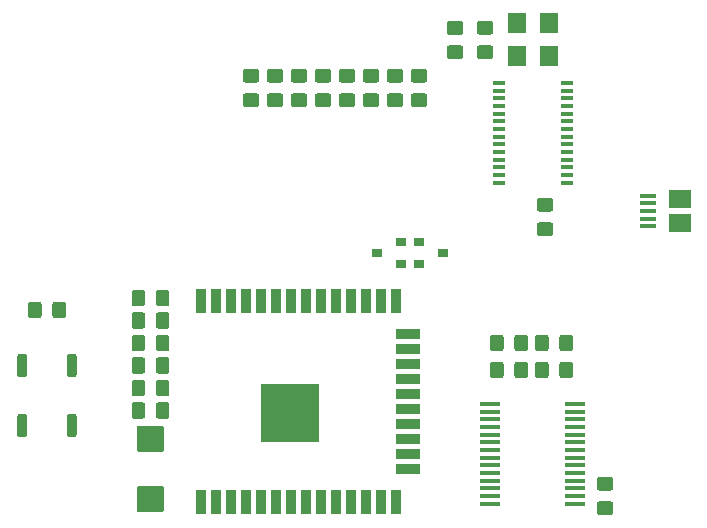
<source format=gbr>
G04 #@! TF.GenerationSoftware,KiCad,Pcbnew,5.1.5+dfsg1-2build2*
G04 #@! TF.CreationDate,2020-08-18T23:14:54+10:00*
G04 #@! TF.ProjectId,sid-board-v3,7369642d-626f-4617-9264-2d76332e6b69,rev?*
G04 #@! TF.SameCoordinates,Original*
G04 #@! TF.FileFunction,Paste,Top*
G04 #@! TF.FilePolarity,Positive*
%FSLAX46Y46*%
G04 Gerber Fmt 4.6, Leading zero omitted, Abs format (unit mm)*
G04 Created by KiCad (PCBNEW 5.1.5+dfsg1-2build2) date 2020-08-18 23:14:54*
%MOMM*%
%LPD*%
G04 APERTURE LIST*
%ADD10C,0.100000*%
%ADD11R,1.900000X1.500000*%
%ADD12R,1.350000X0.400000*%
%ADD13R,0.900000X0.800000*%
%ADD14R,0.900000X2.000000*%
%ADD15R,2.000000X0.900000*%
%ADD16R,5.000000X5.000000*%
%ADD17R,1.100000X0.400000*%
%ADD18R,1.750000X0.450000*%
%ADD19R,1.540000X1.800000*%
G04 APERTURE END LIST*
D10*
G36*
X125943505Y-103695204D02*
G01*
X125967773Y-103698804D01*
X125991572Y-103704765D01*
X126014671Y-103713030D01*
X126036850Y-103723520D01*
X126057893Y-103736132D01*
X126077599Y-103750747D01*
X126095777Y-103767223D01*
X126112253Y-103785401D01*
X126126868Y-103805107D01*
X126139480Y-103826150D01*
X126149970Y-103848329D01*
X126158235Y-103871428D01*
X126164196Y-103895227D01*
X126167796Y-103919495D01*
X126169000Y-103943999D01*
X126169000Y-104844001D01*
X126167796Y-104868505D01*
X126164196Y-104892773D01*
X126158235Y-104916572D01*
X126149970Y-104939671D01*
X126139480Y-104961850D01*
X126126868Y-104982893D01*
X126112253Y-105002599D01*
X126095777Y-105020777D01*
X126077599Y-105037253D01*
X126057893Y-105051868D01*
X126036850Y-105064480D01*
X126014671Y-105074970D01*
X125991572Y-105083235D01*
X125967773Y-105089196D01*
X125943505Y-105092796D01*
X125919001Y-105094000D01*
X125268999Y-105094000D01*
X125244495Y-105092796D01*
X125220227Y-105089196D01*
X125196428Y-105083235D01*
X125173329Y-105074970D01*
X125151150Y-105064480D01*
X125130107Y-105051868D01*
X125110401Y-105037253D01*
X125092223Y-105020777D01*
X125075747Y-105002599D01*
X125061132Y-104982893D01*
X125048520Y-104961850D01*
X125038030Y-104939671D01*
X125029765Y-104916572D01*
X125023804Y-104892773D01*
X125020204Y-104868505D01*
X125019000Y-104844001D01*
X125019000Y-103943999D01*
X125020204Y-103919495D01*
X125023804Y-103895227D01*
X125029765Y-103871428D01*
X125038030Y-103848329D01*
X125048520Y-103826150D01*
X125061132Y-103805107D01*
X125075747Y-103785401D01*
X125092223Y-103767223D01*
X125110401Y-103750747D01*
X125130107Y-103736132D01*
X125151150Y-103723520D01*
X125173329Y-103713030D01*
X125196428Y-103704765D01*
X125220227Y-103698804D01*
X125244495Y-103695204D01*
X125268999Y-103694000D01*
X125919001Y-103694000D01*
X125943505Y-103695204D01*
G37*
G36*
X127993505Y-103695204D02*
G01*
X128017773Y-103698804D01*
X128041572Y-103704765D01*
X128064671Y-103713030D01*
X128086850Y-103723520D01*
X128107893Y-103736132D01*
X128127599Y-103750747D01*
X128145777Y-103767223D01*
X128162253Y-103785401D01*
X128176868Y-103805107D01*
X128189480Y-103826150D01*
X128199970Y-103848329D01*
X128208235Y-103871428D01*
X128214196Y-103895227D01*
X128217796Y-103919495D01*
X128219000Y-103943999D01*
X128219000Y-104844001D01*
X128217796Y-104868505D01*
X128214196Y-104892773D01*
X128208235Y-104916572D01*
X128199970Y-104939671D01*
X128189480Y-104961850D01*
X128176868Y-104982893D01*
X128162253Y-105002599D01*
X128145777Y-105020777D01*
X128127599Y-105037253D01*
X128107893Y-105051868D01*
X128086850Y-105064480D01*
X128064671Y-105074970D01*
X128041572Y-105083235D01*
X128017773Y-105089196D01*
X127993505Y-105092796D01*
X127969001Y-105094000D01*
X127318999Y-105094000D01*
X127294495Y-105092796D01*
X127270227Y-105089196D01*
X127246428Y-105083235D01*
X127223329Y-105074970D01*
X127201150Y-105064480D01*
X127180107Y-105051868D01*
X127160401Y-105037253D01*
X127142223Y-105020777D01*
X127125747Y-105002599D01*
X127111132Y-104982893D01*
X127098520Y-104961850D01*
X127088030Y-104939671D01*
X127079765Y-104916572D01*
X127073804Y-104892773D01*
X127070204Y-104868505D01*
X127069000Y-104844001D01*
X127069000Y-103943999D01*
X127070204Y-103919495D01*
X127073804Y-103895227D01*
X127079765Y-103871428D01*
X127088030Y-103848329D01*
X127098520Y-103826150D01*
X127111132Y-103805107D01*
X127125747Y-103785401D01*
X127142223Y-103767223D01*
X127160401Y-103750747D01*
X127180107Y-103736132D01*
X127201150Y-103723520D01*
X127223329Y-103713030D01*
X127246428Y-103704765D01*
X127270227Y-103698804D01*
X127294495Y-103695204D01*
X127318999Y-103694000D01*
X127969001Y-103694000D01*
X127993505Y-103695204D01*
G37*
G36*
X155414505Y-79191204D02*
G01*
X155438773Y-79194804D01*
X155462572Y-79200765D01*
X155485671Y-79209030D01*
X155507850Y-79219520D01*
X155528893Y-79232132D01*
X155548599Y-79246747D01*
X155566777Y-79263223D01*
X155583253Y-79281401D01*
X155597868Y-79301107D01*
X155610480Y-79322150D01*
X155620970Y-79344329D01*
X155629235Y-79367428D01*
X155635196Y-79391227D01*
X155638796Y-79415495D01*
X155640000Y-79439999D01*
X155640000Y-80090001D01*
X155638796Y-80114505D01*
X155635196Y-80138773D01*
X155629235Y-80162572D01*
X155620970Y-80185671D01*
X155610480Y-80207850D01*
X155597868Y-80228893D01*
X155583253Y-80248599D01*
X155566777Y-80266777D01*
X155548599Y-80283253D01*
X155528893Y-80297868D01*
X155507850Y-80310480D01*
X155485671Y-80320970D01*
X155462572Y-80329235D01*
X155438773Y-80335196D01*
X155414505Y-80338796D01*
X155390001Y-80340000D01*
X154489999Y-80340000D01*
X154465495Y-80338796D01*
X154441227Y-80335196D01*
X154417428Y-80329235D01*
X154394329Y-80320970D01*
X154372150Y-80310480D01*
X154351107Y-80297868D01*
X154331401Y-80283253D01*
X154313223Y-80266777D01*
X154296747Y-80248599D01*
X154282132Y-80228893D01*
X154269520Y-80207850D01*
X154259030Y-80185671D01*
X154250765Y-80162572D01*
X154244804Y-80138773D01*
X154241204Y-80114505D01*
X154240000Y-80090001D01*
X154240000Y-79439999D01*
X154241204Y-79415495D01*
X154244804Y-79391227D01*
X154250765Y-79367428D01*
X154259030Y-79344329D01*
X154269520Y-79322150D01*
X154282132Y-79301107D01*
X154296747Y-79281401D01*
X154313223Y-79263223D01*
X154331401Y-79246747D01*
X154351107Y-79232132D01*
X154372150Y-79219520D01*
X154394329Y-79209030D01*
X154417428Y-79200765D01*
X154441227Y-79194804D01*
X154465495Y-79191204D01*
X154489999Y-79190000D01*
X155390001Y-79190000D01*
X155414505Y-79191204D01*
G37*
G36*
X155414505Y-77141204D02*
G01*
X155438773Y-77144804D01*
X155462572Y-77150765D01*
X155485671Y-77159030D01*
X155507850Y-77169520D01*
X155528893Y-77182132D01*
X155548599Y-77196747D01*
X155566777Y-77213223D01*
X155583253Y-77231401D01*
X155597868Y-77251107D01*
X155610480Y-77272150D01*
X155620970Y-77294329D01*
X155629235Y-77317428D01*
X155635196Y-77341227D01*
X155638796Y-77365495D01*
X155640000Y-77389999D01*
X155640000Y-78040001D01*
X155638796Y-78064505D01*
X155635196Y-78088773D01*
X155629235Y-78112572D01*
X155620970Y-78135671D01*
X155610480Y-78157850D01*
X155597868Y-78178893D01*
X155583253Y-78198599D01*
X155566777Y-78216777D01*
X155548599Y-78233253D01*
X155528893Y-78247868D01*
X155507850Y-78260480D01*
X155485671Y-78270970D01*
X155462572Y-78279235D01*
X155438773Y-78285196D01*
X155414505Y-78288796D01*
X155390001Y-78290000D01*
X154489999Y-78290000D01*
X154465495Y-78288796D01*
X154441227Y-78285196D01*
X154417428Y-78279235D01*
X154394329Y-78270970D01*
X154372150Y-78260480D01*
X154351107Y-78247868D01*
X154331401Y-78233253D01*
X154313223Y-78216777D01*
X154296747Y-78198599D01*
X154282132Y-78178893D01*
X154269520Y-78157850D01*
X154259030Y-78135671D01*
X154250765Y-78112572D01*
X154244804Y-78088773D01*
X154241204Y-78064505D01*
X154240000Y-78040001D01*
X154240000Y-77389999D01*
X154241204Y-77365495D01*
X154244804Y-77341227D01*
X154250765Y-77317428D01*
X154259030Y-77294329D01*
X154269520Y-77272150D01*
X154282132Y-77251107D01*
X154296747Y-77231401D01*
X154313223Y-77213223D01*
X154331401Y-77196747D01*
X154351107Y-77182132D01*
X154372150Y-77169520D01*
X154394329Y-77159030D01*
X154417428Y-77150765D01*
X154441227Y-77144804D01*
X154465495Y-77141204D01*
X154489999Y-77140000D01*
X155390001Y-77140000D01*
X155414505Y-77141204D01*
G37*
G36*
X127993505Y-99885204D02*
G01*
X128017773Y-99888804D01*
X128041572Y-99894765D01*
X128064671Y-99903030D01*
X128086850Y-99913520D01*
X128107893Y-99926132D01*
X128127599Y-99940747D01*
X128145777Y-99957223D01*
X128162253Y-99975401D01*
X128176868Y-99995107D01*
X128189480Y-100016150D01*
X128199970Y-100038329D01*
X128208235Y-100061428D01*
X128214196Y-100085227D01*
X128217796Y-100109495D01*
X128219000Y-100133999D01*
X128219000Y-101034001D01*
X128217796Y-101058505D01*
X128214196Y-101082773D01*
X128208235Y-101106572D01*
X128199970Y-101129671D01*
X128189480Y-101151850D01*
X128176868Y-101172893D01*
X128162253Y-101192599D01*
X128145777Y-101210777D01*
X128127599Y-101227253D01*
X128107893Y-101241868D01*
X128086850Y-101254480D01*
X128064671Y-101264970D01*
X128041572Y-101273235D01*
X128017773Y-101279196D01*
X127993505Y-101282796D01*
X127969001Y-101284000D01*
X127318999Y-101284000D01*
X127294495Y-101282796D01*
X127270227Y-101279196D01*
X127246428Y-101273235D01*
X127223329Y-101264970D01*
X127201150Y-101254480D01*
X127180107Y-101241868D01*
X127160401Y-101227253D01*
X127142223Y-101210777D01*
X127125747Y-101192599D01*
X127111132Y-101172893D01*
X127098520Y-101151850D01*
X127088030Y-101129671D01*
X127079765Y-101106572D01*
X127073804Y-101082773D01*
X127070204Y-101058505D01*
X127069000Y-101034001D01*
X127069000Y-100133999D01*
X127070204Y-100109495D01*
X127073804Y-100085227D01*
X127079765Y-100061428D01*
X127088030Y-100038329D01*
X127098520Y-100016150D01*
X127111132Y-99995107D01*
X127125747Y-99975401D01*
X127142223Y-99957223D01*
X127160401Y-99940747D01*
X127180107Y-99926132D01*
X127201150Y-99913520D01*
X127223329Y-99903030D01*
X127246428Y-99894765D01*
X127270227Y-99888804D01*
X127294495Y-99885204D01*
X127318999Y-99884000D01*
X127969001Y-99884000D01*
X127993505Y-99885204D01*
G37*
G36*
X125943505Y-99885204D02*
G01*
X125967773Y-99888804D01*
X125991572Y-99894765D01*
X126014671Y-99903030D01*
X126036850Y-99913520D01*
X126057893Y-99926132D01*
X126077599Y-99940747D01*
X126095777Y-99957223D01*
X126112253Y-99975401D01*
X126126868Y-99995107D01*
X126139480Y-100016150D01*
X126149970Y-100038329D01*
X126158235Y-100061428D01*
X126164196Y-100085227D01*
X126167796Y-100109495D01*
X126169000Y-100133999D01*
X126169000Y-101034001D01*
X126167796Y-101058505D01*
X126164196Y-101082773D01*
X126158235Y-101106572D01*
X126149970Y-101129671D01*
X126139480Y-101151850D01*
X126126868Y-101172893D01*
X126112253Y-101192599D01*
X126095777Y-101210777D01*
X126077599Y-101227253D01*
X126057893Y-101241868D01*
X126036850Y-101254480D01*
X126014671Y-101264970D01*
X125991572Y-101273235D01*
X125967773Y-101279196D01*
X125943505Y-101282796D01*
X125919001Y-101284000D01*
X125268999Y-101284000D01*
X125244495Y-101282796D01*
X125220227Y-101279196D01*
X125196428Y-101273235D01*
X125173329Y-101264970D01*
X125151150Y-101254480D01*
X125130107Y-101241868D01*
X125110401Y-101227253D01*
X125092223Y-101210777D01*
X125075747Y-101192599D01*
X125061132Y-101172893D01*
X125048520Y-101151850D01*
X125038030Y-101129671D01*
X125029765Y-101106572D01*
X125023804Y-101082773D01*
X125020204Y-101058505D01*
X125019000Y-101034001D01*
X125019000Y-100133999D01*
X125020204Y-100109495D01*
X125023804Y-100085227D01*
X125029765Y-100061428D01*
X125038030Y-100038329D01*
X125048520Y-100016150D01*
X125061132Y-99995107D01*
X125075747Y-99975401D01*
X125092223Y-99957223D01*
X125110401Y-99940747D01*
X125130107Y-99926132D01*
X125151150Y-99913520D01*
X125173329Y-99903030D01*
X125196428Y-99894765D01*
X125220227Y-99888804D01*
X125244495Y-99885204D01*
X125268999Y-99884000D01*
X125919001Y-99884000D01*
X125943505Y-99885204D01*
G37*
G36*
X149826505Y-83255204D02*
G01*
X149850773Y-83258804D01*
X149874572Y-83264765D01*
X149897671Y-83273030D01*
X149919850Y-83283520D01*
X149940893Y-83296132D01*
X149960599Y-83310747D01*
X149978777Y-83327223D01*
X149995253Y-83345401D01*
X150009868Y-83365107D01*
X150022480Y-83386150D01*
X150032970Y-83408329D01*
X150041235Y-83431428D01*
X150047196Y-83455227D01*
X150050796Y-83479495D01*
X150052000Y-83503999D01*
X150052000Y-84154001D01*
X150050796Y-84178505D01*
X150047196Y-84202773D01*
X150041235Y-84226572D01*
X150032970Y-84249671D01*
X150022480Y-84271850D01*
X150009868Y-84292893D01*
X149995253Y-84312599D01*
X149978777Y-84330777D01*
X149960599Y-84347253D01*
X149940893Y-84361868D01*
X149919850Y-84374480D01*
X149897671Y-84384970D01*
X149874572Y-84393235D01*
X149850773Y-84399196D01*
X149826505Y-84402796D01*
X149802001Y-84404000D01*
X148901999Y-84404000D01*
X148877495Y-84402796D01*
X148853227Y-84399196D01*
X148829428Y-84393235D01*
X148806329Y-84384970D01*
X148784150Y-84374480D01*
X148763107Y-84361868D01*
X148743401Y-84347253D01*
X148725223Y-84330777D01*
X148708747Y-84312599D01*
X148694132Y-84292893D01*
X148681520Y-84271850D01*
X148671030Y-84249671D01*
X148662765Y-84226572D01*
X148656804Y-84202773D01*
X148653204Y-84178505D01*
X148652000Y-84154001D01*
X148652000Y-83503999D01*
X148653204Y-83479495D01*
X148656804Y-83455227D01*
X148662765Y-83431428D01*
X148671030Y-83408329D01*
X148681520Y-83386150D01*
X148694132Y-83365107D01*
X148708747Y-83345401D01*
X148725223Y-83327223D01*
X148743401Y-83310747D01*
X148763107Y-83296132D01*
X148784150Y-83283520D01*
X148806329Y-83273030D01*
X148829428Y-83264765D01*
X148853227Y-83258804D01*
X148877495Y-83255204D01*
X148901999Y-83254000D01*
X149802001Y-83254000D01*
X149826505Y-83255204D01*
G37*
G36*
X149826505Y-81205204D02*
G01*
X149850773Y-81208804D01*
X149874572Y-81214765D01*
X149897671Y-81223030D01*
X149919850Y-81233520D01*
X149940893Y-81246132D01*
X149960599Y-81260747D01*
X149978777Y-81277223D01*
X149995253Y-81295401D01*
X150009868Y-81315107D01*
X150022480Y-81336150D01*
X150032970Y-81358329D01*
X150041235Y-81381428D01*
X150047196Y-81405227D01*
X150050796Y-81429495D01*
X150052000Y-81453999D01*
X150052000Y-82104001D01*
X150050796Y-82128505D01*
X150047196Y-82152773D01*
X150041235Y-82176572D01*
X150032970Y-82199671D01*
X150022480Y-82221850D01*
X150009868Y-82242893D01*
X149995253Y-82262599D01*
X149978777Y-82280777D01*
X149960599Y-82297253D01*
X149940893Y-82311868D01*
X149919850Y-82324480D01*
X149897671Y-82334970D01*
X149874572Y-82343235D01*
X149850773Y-82349196D01*
X149826505Y-82352796D01*
X149802001Y-82354000D01*
X148901999Y-82354000D01*
X148877495Y-82352796D01*
X148853227Y-82349196D01*
X148829428Y-82343235D01*
X148806329Y-82334970D01*
X148784150Y-82324480D01*
X148763107Y-82311868D01*
X148743401Y-82297253D01*
X148725223Y-82280777D01*
X148708747Y-82262599D01*
X148694132Y-82242893D01*
X148681520Y-82221850D01*
X148671030Y-82199671D01*
X148662765Y-82176572D01*
X148656804Y-82152773D01*
X148653204Y-82128505D01*
X148652000Y-82104001D01*
X148652000Y-81453999D01*
X148653204Y-81429495D01*
X148656804Y-81405227D01*
X148662765Y-81381428D01*
X148671030Y-81358329D01*
X148681520Y-81336150D01*
X148694132Y-81315107D01*
X148708747Y-81295401D01*
X148725223Y-81277223D01*
X148743401Y-81260747D01*
X148763107Y-81246132D01*
X148784150Y-81233520D01*
X148806329Y-81223030D01*
X148829428Y-81214765D01*
X148853227Y-81208804D01*
X148877495Y-81205204D01*
X148901999Y-81204000D01*
X149802001Y-81204000D01*
X149826505Y-81205204D01*
G37*
G36*
X117180505Y-100901204D02*
G01*
X117204773Y-100904804D01*
X117228572Y-100910765D01*
X117251671Y-100919030D01*
X117273850Y-100929520D01*
X117294893Y-100942132D01*
X117314599Y-100956747D01*
X117332777Y-100973223D01*
X117349253Y-100991401D01*
X117363868Y-101011107D01*
X117376480Y-101032150D01*
X117386970Y-101054329D01*
X117395235Y-101077428D01*
X117401196Y-101101227D01*
X117404796Y-101125495D01*
X117406000Y-101149999D01*
X117406000Y-102050001D01*
X117404796Y-102074505D01*
X117401196Y-102098773D01*
X117395235Y-102122572D01*
X117386970Y-102145671D01*
X117376480Y-102167850D01*
X117363868Y-102188893D01*
X117349253Y-102208599D01*
X117332777Y-102226777D01*
X117314599Y-102243253D01*
X117294893Y-102257868D01*
X117273850Y-102270480D01*
X117251671Y-102280970D01*
X117228572Y-102289235D01*
X117204773Y-102295196D01*
X117180505Y-102298796D01*
X117156001Y-102300000D01*
X116505999Y-102300000D01*
X116481495Y-102298796D01*
X116457227Y-102295196D01*
X116433428Y-102289235D01*
X116410329Y-102280970D01*
X116388150Y-102270480D01*
X116367107Y-102257868D01*
X116347401Y-102243253D01*
X116329223Y-102226777D01*
X116312747Y-102208599D01*
X116298132Y-102188893D01*
X116285520Y-102167850D01*
X116275030Y-102145671D01*
X116266765Y-102122572D01*
X116260804Y-102098773D01*
X116257204Y-102074505D01*
X116256000Y-102050001D01*
X116256000Y-101149999D01*
X116257204Y-101125495D01*
X116260804Y-101101227D01*
X116266765Y-101077428D01*
X116275030Y-101054329D01*
X116285520Y-101032150D01*
X116298132Y-101011107D01*
X116312747Y-100991401D01*
X116329223Y-100973223D01*
X116347401Y-100956747D01*
X116367107Y-100942132D01*
X116388150Y-100929520D01*
X116410329Y-100919030D01*
X116433428Y-100910765D01*
X116457227Y-100904804D01*
X116481495Y-100901204D01*
X116505999Y-100900000D01*
X117156001Y-100900000D01*
X117180505Y-100901204D01*
G37*
G36*
X119230505Y-100901204D02*
G01*
X119254773Y-100904804D01*
X119278572Y-100910765D01*
X119301671Y-100919030D01*
X119323850Y-100929520D01*
X119344893Y-100942132D01*
X119364599Y-100956747D01*
X119382777Y-100973223D01*
X119399253Y-100991401D01*
X119413868Y-101011107D01*
X119426480Y-101032150D01*
X119436970Y-101054329D01*
X119445235Y-101077428D01*
X119451196Y-101101227D01*
X119454796Y-101125495D01*
X119456000Y-101149999D01*
X119456000Y-102050001D01*
X119454796Y-102074505D01*
X119451196Y-102098773D01*
X119445235Y-102122572D01*
X119436970Y-102145671D01*
X119426480Y-102167850D01*
X119413868Y-102188893D01*
X119399253Y-102208599D01*
X119382777Y-102226777D01*
X119364599Y-102243253D01*
X119344893Y-102257868D01*
X119323850Y-102270480D01*
X119301671Y-102280970D01*
X119278572Y-102289235D01*
X119254773Y-102295196D01*
X119230505Y-102298796D01*
X119206001Y-102300000D01*
X118555999Y-102300000D01*
X118531495Y-102298796D01*
X118507227Y-102295196D01*
X118483428Y-102289235D01*
X118460329Y-102280970D01*
X118438150Y-102270480D01*
X118417107Y-102257868D01*
X118397401Y-102243253D01*
X118379223Y-102226777D01*
X118362747Y-102208599D01*
X118348132Y-102188893D01*
X118335520Y-102167850D01*
X118325030Y-102145671D01*
X118316765Y-102122572D01*
X118310804Y-102098773D01*
X118307204Y-102074505D01*
X118306000Y-102050001D01*
X118306000Y-101149999D01*
X118307204Y-101125495D01*
X118310804Y-101101227D01*
X118316765Y-101077428D01*
X118325030Y-101054329D01*
X118335520Y-101032150D01*
X118348132Y-101011107D01*
X118362747Y-100991401D01*
X118379223Y-100973223D01*
X118397401Y-100956747D01*
X118417107Y-100942132D01*
X118438150Y-100929520D01*
X118460329Y-100919030D01*
X118483428Y-100910765D01*
X118507227Y-100904804D01*
X118531495Y-100901204D01*
X118555999Y-100900000D01*
X119206001Y-100900000D01*
X119230505Y-100901204D01*
G37*
G36*
X135602505Y-83255204D02*
G01*
X135626773Y-83258804D01*
X135650572Y-83264765D01*
X135673671Y-83273030D01*
X135695850Y-83283520D01*
X135716893Y-83296132D01*
X135736599Y-83310747D01*
X135754777Y-83327223D01*
X135771253Y-83345401D01*
X135785868Y-83365107D01*
X135798480Y-83386150D01*
X135808970Y-83408329D01*
X135817235Y-83431428D01*
X135823196Y-83455227D01*
X135826796Y-83479495D01*
X135828000Y-83503999D01*
X135828000Y-84154001D01*
X135826796Y-84178505D01*
X135823196Y-84202773D01*
X135817235Y-84226572D01*
X135808970Y-84249671D01*
X135798480Y-84271850D01*
X135785868Y-84292893D01*
X135771253Y-84312599D01*
X135754777Y-84330777D01*
X135736599Y-84347253D01*
X135716893Y-84361868D01*
X135695850Y-84374480D01*
X135673671Y-84384970D01*
X135650572Y-84393235D01*
X135626773Y-84399196D01*
X135602505Y-84402796D01*
X135578001Y-84404000D01*
X134677999Y-84404000D01*
X134653495Y-84402796D01*
X134629227Y-84399196D01*
X134605428Y-84393235D01*
X134582329Y-84384970D01*
X134560150Y-84374480D01*
X134539107Y-84361868D01*
X134519401Y-84347253D01*
X134501223Y-84330777D01*
X134484747Y-84312599D01*
X134470132Y-84292893D01*
X134457520Y-84271850D01*
X134447030Y-84249671D01*
X134438765Y-84226572D01*
X134432804Y-84202773D01*
X134429204Y-84178505D01*
X134428000Y-84154001D01*
X134428000Y-83503999D01*
X134429204Y-83479495D01*
X134432804Y-83455227D01*
X134438765Y-83431428D01*
X134447030Y-83408329D01*
X134457520Y-83386150D01*
X134470132Y-83365107D01*
X134484747Y-83345401D01*
X134501223Y-83327223D01*
X134519401Y-83310747D01*
X134539107Y-83296132D01*
X134560150Y-83283520D01*
X134582329Y-83273030D01*
X134605428Y-83264765D01*
X134629227Y-83258804D01*
X134653495Y-83255204D01*
X134677999Y-83254000D01*
X135578001Y-83254000D01*
X135602505Y-83255204D01*
G37*
G36*
X135602505Y-81205204D02*
G01*
X135626773Y-81208804D01*
X135650572Y-81214765D01*
X135673671Y-81223030D01*
X135695850Y-81233520D01*
X135716893Y-81246132D01*
X135736599Y-81260747D01*
X135754777Y-81277223D01*
X135771253Y-81295401D01*
X135785868Y-81315107D01*
X135798480Y-81336150D01*
X135808970Y-81358329D01*
X135817235Y-81381428D01*
X135823196Y-81405227D01*
X135826796Y-81429495D01*
X135828000Y-81453999D01*
X135828000Y-82104001D01*
X135826796Y-82128505D01*
X135823196Y-82152773D01*
X135817235Y-82176572D01*
X135808970Y-82199671D01*
X135798480Y-82221850D01*
X135785868Y-82242893D01*
X135771253Y-82262599D01*
X135754777Y-82280777D01*
X135736599Y-82297253D01*
X135716893Y-82311868D01*
X135695850Y-82324480D01*
X135673671Y-82334970D01*
X135650572Y-82343235D01*
X135626773Y-82349196D01*
X135602505Y-82352796D01*
X135578001Y-82354000D01*
X134677999Y-82354000D01*
X134653495Y-82352796D01*
X134629227Y-82349196D01*
X134605428Y-82343235D01*
X134582329Y-82334970D01*
X134560150Y-82324480D01*
X134539107Y-82311868D01*
X134519401Y-82297253D01*
X134501223Y-82280777D01*
X134484747Y-82262599D01*
X134470132Y-82242893D01*
X134457520Y-82221850D01*
X134447030Y-82199671D01*
X134438765Y-82176572D01*
X134432804Y-82152773D01*
X134429204Y-82128505D01*
X134428000Y-82104001D01*
X134428000Y-81453999D01*
X134429204Y-81429495D01*
X134432804Y-81405227D01*
X134438765Y-81381428D01*
X134447030Y-81358329D01*
X134457520Y-81336150D01*
X134470132Y-81315107D01*
X134484747Y-81295401D01*
X134501223Y-81277223D01*
X134519401Y-81260747D01*
X134539107Y-81246132D01*
X134560150Y-81233520D01*
X134582329Y-81223030D01*
X134605428Y-81214765D01*
X134629227Y-81208804D01*
X134653495Y-81205204D01*
X134677999Y-81204000D01*
X135578001Y-81204000D01*
X135602505Y-81205204D01*
G37*
D11*
X171417500Y-94218000D03*
D12*
X168717500Y-93218000D03*
X168717500Y-92568000D03*
X168717500Y-91918000D03*
X168717500Y-94518000D03*
X168717500Y-93868000D03*
D11*
X171417500Y-92218000D03*
D10*
G36*
X137634505Y-81205204D02*
G01*
X137658773Y-81208804D01*
X137682572Y-81214765D01*
X137705671Y-81223030D01*
X137727850Y-81233520D01*
X137748893Y-81246132D01*
X137768599Y-81260747D01*
X137786777Y-81277223D01*
X137803253Y-81295401D01*
X137817868Y-81315107D01*
X137830480Y-81336150D01*
X137840970Y-81358329D01*
X137849235Y-81381428D01*
X137855196Y-81405227D01*
X137858796Y-81429495D01*
X137860000Y-81453999D01*
X137860000Y-82104001D01*
X137858796Y-82128505D01*
X137855196Y-82152773D01*
X137849235Y-82176572D01*
X137840970Y-82199671D01*
X137830480Y-82221850D01*
X137817868Y-82242893D01*
X137803253Y-82262599D01*
X137786777Y-82280777D01*
X137768599Y-82297253D01*
X137748893Y-82311868D01*
X137727850Y-82324480D01*
X137705671Y-82334970D01*
X137682572Y-82343235D01*
X137658773Y-82349196D01*
X137634505Y-82352796D01*
X137610001Y-82354000D01*
X136709999Y-82354000D01*
X136685495Y-82352796D01*
X136661227Y-82349196D01*
X136637428Y-82343235D01*
X136614329Y-82334970D01*
X136592150Y-82324480D01*
X136571107Y-82311868D01*
X136551401Y-82297253D01*
X136533223Y-82280777D01*
X136516747Y-82262599D01*
X136502132Y-82242893D01*
X136489520Y-82221850D01*
X136479030Y-82199671D01*
X136470765Y-82176572D01*
X136464804Y-82152773D01*
X136461204Y-82128505D01*
X136460000Y-82104001D01*
X136460000Y-81453999D01*
X136461204Y-81429495D01*
X136464804Y-81405227D01*
X136470765Y-81381428D01*
X136479030Y-81358329D01*
X136489520Y-81336150D01*
X136502132Y-81315107D01*
X136516747Y-81295401D01*
X136533223Y-81277223D01*
X136551401Y-81260747D01*
X136571107Y-81246132D01*
X136592150Y-81233520D01*
X136614329Y-81223030D01*
X136637428Y-81214765D01*
X136661227Y-81208804D01*
X136685495Y-81205204D01*
X136709999Y-81204000D01*
X137610001Y-81204000D01*
X137634505Y-81205204D01*
G37*
G36*
X137634505Y-83255204D02*
G01*
X137658773Y-83258804D01*
X137682572Y-83264765D01*
X137705671Y-83273030D01*
X137727850Y-83283520D01*
X137748893Y-83296132D01*
X137768599Y-83310747D01*
X137786777Y-83327223D01*
X137803253Y-83345401D01*
X137817868Y-83365107D01*
X137830480Y-83386150D01*
X137840970Y-83408329D01*
X137849235Y-83431428D01*
X137855196Y-83455227D01*
X137858796Y-83479495D01*
X137860000Y-83503999D01*
X137860000Y-84154001D01*
X137858796Y-84178505D01*
X137855196Y-84202773D01*
X137849235Y-84226572D01*
X137840970Y-84249671D01*
X137830480Y-84271850D01*
X137817868Y-84292893D01*
X137803253Y-84312599D01*
X137786777Y-84330777D01*
X137768599Y-84347253D01*
X137748893Y-84361868D01*
X137727850Y-84374480D01*
X137705671Y-84384970D01*
X137682572Y-84393235D01*
X137658773Y-84399196D01*
X137634505Y-84402796D01*
X137610001Y-84404000D01*
X136709999Y-84404000D01*
X136685495Y-84402796D01*
X136661227Y-84399196D01*
X136637428Y-84393235D01*
X136614329Y-84384970D01*
X136592150Y-84374480D01*
X136571107Y-84361868D01*
X136551401Y-84347253D01*
X136533223Y-84330777D01*
X136516747Y-84312599D01*
X136502132Y-84292893D01*
X136489520Y-84271850D01*
X136479030Y-84249671D01*
X136470765Y-84226572D01*
X136464804Y-84202773D01*
X136461204Y-84178505D01*
X136460000Y-84154001D01*
X136460000Y-83503999D01*
X136461204Y-83479495D01*
X136464804Y-83455227D01*
X136470765Y-83431428D01*
X136479030Y-83408329D01*
X136489520Y-83386150D01*
X136502132Y-83365107D01*
X136516747Y-83345401D01*
X136533223Y-83327223D01*
X136551401Y-83310747D01*
X136571107Y-83296132D01*
X136592150Y-83283520D01*
X136614329Y-83273030D01*
X136637428Y-83264765D01*
X136661227Y-83258804D01*
X136685495Y-83255204D01*
X136709999Y-83254000D01*
X137610001Y-83254000D01*
X137634505Y-83255204D01*
G37*
D13*
X151368000Y-96774000D03*
X149368000Y-97724000D03*
X149368000Y-95824000D03*
X147812000Y-97724000D03*
X147812000Y-95824000D03*
X145812000Y-96774000D03*
D10*
G36*
X127993505Y-107505204D02*
G01*
X128017773Y-107508804D01*
X128041572Y-107514765D01*
X128064671Y-107523030D01*
X128086850Y-107533520D01*
X128107893Y-107546132D01*
X128127599Y-107560747D01*
X128145777Y-107577223D01*
X128162253Y-107595401D01*
X128176868Y-107615107D01*
X128189480Y-107636150D01*
X128199970Y-107658329D01*
X128208235Y-107681428D01*
X128214196Y-107705227D01*
X128217796Y-107729495D01*
X128219000Y-107753999D01*
X128219000Y-108654001D01*
X128217796Y-108678505D01*
X128214196Y-108702773D01*
X128208235Y-108726572D01*
X128199970Y-108749671D01*
X128189480Y-108771850D01*
X128176868Y-108792893D01*
X128162253Y-108812599D01*
X128145777Y-108830777D01*
X128127599Y-108847253D01*
X128107893Y-108861868D01*
X128086850Y-108874480D01*
X128064671Y-108884970D01*
X128041572Y-108893235D01*
X128017773Y-108899196D01*
X127993505Y-108902796D01*
X127969001Y-108904000D01*
X127318999Y-108904000D01*
X127294495Y-108902796D01*
X127270227Y-108899196D01*
X127246428Y-108893235D01*
X127223329Y-108884970D01*
X127201150Y-108874480D01*
X127180107Y-108861868D01*
X127160401Y-108847253D01*
X127142223Y-108830777D01*
X127125747Y-108812599D01*
X127111132Y-108792893D01*
X127098520Y-108771850D01*
X127088030Y-108749671D01*
X127079765Y-108726572D01*
X127073804Y-108702773D01*
X127070204Y-108678505D01*
X127069000Y-108654001D01*
X127069000Y-107753999D01*
X127070204Y-107729495D01*
X127073804Y-107705227D01*
X127079765Y-107681428D01*
X127088030Y-107658329D01*
X127098520Y-107636150D01*
X127111132Y-107615107D01*
X127125747Y-107595401D01*
X127142223Y-107577223D01*
X127160401Y-107560747D01*
X127180107Y-107546132D01*
X127201150Y-107533520D01*
X127223329Y-107523030D01*
X127246428Y-107514765D01*
X127270227Y-107508804D01*
X127294495Y-107505204D01*
X127318999Y-107504000D01*
X127969001Y-107504000D01*
X127993505Y-107505204D01*
G37*
G36*
X125943505Y-107505204D02*
G01*
X125967773Y-107508804D01*
X125991572Y-107514765D01*
X126014671Y-107523030D01*
X126036850Y-107533520D01*
X126057893Y-107546132D01*
X126077599Y-107560747D01*
X126095777Y-107577223D01*
X126112253Y-107595401D01*
X126126868Y-107615107D01*
X126139480Y-107636150D01*
X126149970Y-107658329D01*
X126158235Y-107681428D01*
X126164196Y-107705227D01*
X126167796Y-107729495D01*
X126169000Y-107753999D01*
X126169000Y-108654001D01*
X126167796Y-108678505D01*
X126164196Y-108702773D01*
X126158235Y-108726572D01*
X126149970Y-108749671D01*
X126139480Y-108771850D01*
X126126868Y-108792893D01*
X126112253Y-108812599D01*
X126095777Y-108830777D01*
X126077599Y-108847253D01*
X126057893Y-108861868D01*
X126036850Y-108874480D01*
X126014671Y-108884970D01*
X125991572Y-108893235D01*
X125967773Y-108899196D01*
X125943505Y-108902796D01*
X125919001Y-108904000D01*
X125268999Y-108904000D01*
X125244495Y-108902796D01*
X125220227Y-108899196D01*
X125196428Y-108893235D01*
X125173329Y-108884970D01*
X125151150Y-108874480D01*
X125130107Y-108861868D01*
X125110401Y-108847253D01*
X125092223Y-108830777D01*
X125075747Y-108812599D01*
X125061132Y-108792893D01*
X125048520Y-108771850D01*
X125038030Y-108749671D01*
X125029765Y-108726572D01*
X125023804Y-108702773D01*
X125020204Y-108678505D01*
X125019000Y-108654001D01*
X125019000Y-107753999D01*
X125020204Y-107729495D01*
X125023804Y-107705227D01*
X125029765Y-107681428D01*
X125038030Y-107658329D01*
X125048520Y-107636150D01*
X125061132Y-107615107D01*
X125075747Y-107595401D01*
X125092223Y-107577223D01*
X125110401Y-107560747D01*
X125130107Y-107546132D01*
X125151150Y-107533520D01*
X125173329Y-107523030D01*
X125196428Y-107514765D01*
X125220227Y-107508804D01*
X125244495Y-107505204D01*
X125268999Y-107504000D01*
X125919001Y-107504000D01*
X125943505Y-107505204D01*
G37*
G36*
X156296505Y-103695204D02*
G01*
X156320773Y-103698804D01*
X156344572Y-103704765D01*
X156367671Y-103713030D01*
X156389850Y-103723520D01*
X156410893Y-103736132D01*
X156430599Y-103750747D01*
X156448777Y-103767223D01*
X156465253Y-103785401D01*
X156479868Y-103805107D01*
X156492480Y-103826150D01*
X156502970Y-103848329D01*
X156511235Y-103871428D01*
X156517196Y-103895227D01*
X156520796Y-103919495D01*
X156522000Y-103943999D01*
X156522000Y-104844001D01*
X156520796Y-104868505D01*
X156517196Y-104892773D01*
X156511235Y-104916572D01*
X156502970Y-104939671D01*
X156492480Y-104961850D01*
X156479868Y-104982893D01*
X156465253Y-105002599D01*
X156448777Y-105020777D01*
X156430599Y-105037253D01*
X156410893Y-105051868D01*
X156389850Y-105064480D01*
X156367671Y-105074970D01*
X156344572Y-105083235D01*
X156320773Y-105089196D01*
X156296505Y-105092796D01*
X156272001Y-105094000D01*
X155621999Y-105094000D01*
X155597495Y-105092796D01*
X155573227Y-105089196D01*
X155549428Y-105083235D01*
X155526329Y-105074970D01*
X155504150Y-105064480D01*
X155483107Y-105051868D01*
X155463401Y-105037253D01*
X155445223Y-105020777D01*
X155428747Y-105002599D01*
X155414132Y-104982893D01*
X155401520Y-104961850D01*
X155391030Y-104939671D01*
X155382765Y-104916572D01*
X155376804Y-104892773D01*
X155373204Y-104868505D01*
X155372000Y-104844001D01*
X155372000Y-103943999D01*
X155373204Y-103919495D01*
X155376804Y-103895227D01*
X155382765Y-103871428D01*
X155391030Y-103848329D01*
X155401520Y-103826150D01*
X155414132Y-103805107D01*
X155428747Y-103785401D01*
X155445223Y-103767223D01*
X155463401Y-103750747D01*
X155483107Y-103736132D01*
X155504150Y-103723520D01*
X155526329Y-103713030D01*
X155549428Y-103704765D01*
X155573227Y-103698804D01*
X155597495Y-103695204D01*
X155621999Y-103694000D01*
X156272001Y-103694000D01*
X156296505Y-103695204D01*
G37*
G36*
X158346505Y-103695204D02*
G01*
X158370773Y-103698804D01*
X158394572Y-103704765D01*
X158417671Y-103713030D01*
X158439850Y-103723520D01*
X158460893Y-103736132D01*
X158480599Y-103750747D01*
X158498777Y-103767223D01*
X158515253Y-103785401D01*
X158529868Y-103805107D01*
X158542480Y-103826150D01*
X158552970Y-103848329D01*
X158561235Y-103871428D01*
X158567196Y-103895227D01*
X158570796Y-103919495D01*
X158572000Y-103943999D01*
X158572000Y-104844001D01*
X158570796Y-104868505D01*
X158567196Y-104892773D01*
X158561235Y-104916572D01*
X158552970Y-104939671D01*
X158542480Y-104961850D01*
X158529868Y-104982893D01*
X158515253Y-105002599D01*
X158498777Y-105020777D01*
X158480599Y-105037253D01*
X158460893Y-105051868D01*
X158439850Y-105064480D01*
X158417671Y-105074970D01*
X158394572Y-105083235D01*
X158370773Y-105089196D01*
X158346505Y-105092796D01*
X158322001Y-105094000D01*
X157671999Y-105094000D01*
X157647495Y-105092796D01*
X157623227Y-105089196D01*
X157599428Y-105083235D01*
X157576329Y-105074970D01*
X157554150Y-105064480D01*
X157533107Y-105051868D01*
X157513401Y-105037253D01*
X157495223Y-105020777D01*
X157478747Y-105002599D01*
X157464132Y-104982893D01*
X157451520Y-104961850D01*
X157441030Y-104939671D01*
X157432765Y-104916572D01*
X157426804Y-104892773D01*
X157423204Y-104868505D01*
X157422000Y-104844001D01*
X157422000Y-103943999D01*
X157423204Y-103919495D01*
X157426804Y-103895227D01*
X157432765Y-103871428D01*
X157441030Y-103848329D01*
X157451520Y-103826150D01*
X157464132Y-103805107D01*
X157478747Y-103785401D01*
X157495223Y-103767223D01*
X157513401Y-103750747D01*
X157533107Y-103736132D01*
X157554150Y-103723520D01*
X157576329Y-103713030D01*
X157599428Y-103704765D01*
X157623227Y-103698804D01*
X157647495Y-103695204D01*
X157671999Y-103694000D01*
X158322001Y-103694000D01*
X158346505Y-103695204D01*
G37*
G36*
X156296505Y-105981204D02*
G01*
X156320773Y-105984804D01*
X156344572Y-105990765D01*
X156367671Y-105999030D01*
X156389850Y-106009520D01*
X156410893Y-106022132D01*
X156430599Y-106036747D01*
X156448777Y-106053223D01*
X156465253Y-106071401D01*
X156479868Y-106091107D01*
X156492480Y-106112150D01*
X156502970Y-106134329D01*
X156511235Y-106157428D01*
X156517196Y-106181227D01*
X156520796Y-106205495D01*
X156522000Y-106229999D01*
X156522000Y-107130001D01*
X156520796Y-107154505D01*
X156517196Y-107178773D01*
X156511235Y-107202572D01*
X156502970Y-107225671D01*
X156492480Y-107247850D01*
X156479868Y-107268893D01*
X156465253Y-107288599D01*
X156448777Y-107306777D01*
X156430599Y-107323253D01*
X156410893Y-107337868D01*
X156389850Y-107350480D01*
X156367671Y-107360970D01*
X156344572Y-107369235D01*
X156320773Y-107375196D01*
X156296505Y-107378796D01*
X156272001Y-107380000D01*
X155621999Y-107380000D01*
X155597495Y-107378796D01*
X155573227Y-107375196D01*
X155549428Y-107369235D01*
X155526329Y-107360970D01*
X155504150Y-107350480D01*
X155483107Y-107337868D01*
X155463401Y-107323253D01*
X155445223Y-107306777D01*
X155428747Y-107288599D01*
X155414132Y-107268893D01*
X155401520Y-107247850D01*
X155391030Y-107225671D01*
X155382765Y-107202572D01*
X155376804Y-107178773D01*
X155373204Y-107154505D01*
X155372000Y-107130001D01*
X155372000Y-106229999D01*
X155373204Y-106205495D01*
X155376804Y-106181227D01*
X155382765Y-106157428D01*
X155391030Y-106134329D01*
X155401520Y-106112150D01*
X155414132Y-106091107D01*
X155428747Y-106071401D01*
X155445223Y-106053223D01*
X155463401Y-106036747D01*
X155483107Y-106022132D01*
X155504150Y-106009520D01*
X155526329Y-105999030D01*
X155549428Y-105990765D01*
X155573227Y-105984804D01*
X155597495Y-105981204D01*
X155621999Y-105980000D01*
X156272001Y-105980000D01*
X156296505Y-105981204D01*
G37*
G36*
X158346505Y-105981204D02*
G01*
X158370773Y-105984804D01*
X158394572Y-105990765D01*
X158417671Y-105999030D01*
X158439850Y-106009520D01*
X158460893Y-106022132D01*
X158480599Y-106036747D01*
X158498777Y-106053223D01*
X158515253Y-106071401D01*
X158529868Y-106091107D01*
X158542480Y-106112150D01*
X158552970Y-106134329D01*
X158561235Y-106157428D01*
X158567196Y-106181227D01*
X158570796Y-106205495D01*
X158572000Y-106229999D01*
X158572000Y-107130001D01*
X158570796Y-107154505D01*
X158567196Y-107178773D01*
X158561235Y-107202572D01*
X158552970Y-107225671D01*
X158542480Y-107247850D01*
X158529868Y-107268893D01*
X158515253Y-107288599D01*
X158498777Y-107306777D01*
X158480599Y-107323253D01*
X158460893Y-107337868D01*
X158439850Y-107350480D01*
X158417671Y-107360970D01*
X158394572Y-107369235D01*
X158370773Y-107375196D01*
X158346505Y-107378796D01*
X158322001Y-107380000D01*
X157671999Y-107380000D01*
X157647495Y-107378796D01*
X157623227Y-107375196D01*
X157599428Y-107369235D01*
X157576329Y-107360970D01*
X157554150Y-107350480D01*
X157533107Y-107337868D01*
X157513401Y-107323253D01*
X157495223Y-107306777D01*
X157478747Y-107288599D01*
X157464132Y-107268893D01*
X157451520Y-107247850D01*
X157441030Y-107225671D01*
X157432765Y-107202572D01*
X157426804Y-107178773D01*
X157423204Y-107154505D01*
X157422000Y-107130001D01*
X157422000Y-106229999D01*
X157423204Y-106205495D01*
X157426804Y-106181227D01*
X157432765Y-106157428D01*
X157441030Y-106134329D01*
X157451520Y-106112150D01*
X157464132Y-106091107D01*
X157478747Y-106071401D01*
X157495223Y-106053223D01*
X157513401Y-106036747D01*
X157533107Y-106022132D01*
X157554150Y-106009520D01*
X157576329Y-105999030D01*
X157599428Y-105990765D01*
X157623227Y-105984804D01*
X157647495Y-105981204D01*
X157671999Y-105980000D01*
X158322001Y-105980000D01*
X158346505Y-105981204D01*
G37*
G36*
X127993505Y-101790204D02*
G01*
X128017773Y-101793804D01*
X128041572Y-101799765D01*
X128064671Y-101808030D01*
X128086850Y-101818520D01*
X128107893Y-101831132D01*
X128127599Y-101845747D01*
X128145777Y-101862223D01*
X128162253Y-101880401D01*
X128176868Y-101900107D01*
X128189480Y-101921150D01*
X128199970Y-101943329D01*
X128208235Y-101966428D01*
X128214196Y-101990227D01*
X128217796Y-102014495D01*
X128219000Y-102038999D01*
X128219000Y-102939001D01*
X128217796Y-102963505D01*
X128214196Y-102987773D01*
X128208235Y-103011572D01*
X128199970Y-103034671D01*
X128189480Y-103056850D01*
X128176868Y-103077893D01*
X128162253Y-103097599D01*
X128145777Y-103115777D01*
X128127599Y-103132253D01*
X128107893Y-103146868D01*
X128086850Y-103159480D01*
X128064671Y-103169970D01*
X128041572Y-103178235D01*
X128017773Y-103184196D01*
X127993505Y-103187796D01*
X127969001Y-103189000D01*
X127318999Y-103189000D01*
X127294495Y-103187796D01*
X127270227Y-103184196D01*
X127246428Y-103178235D01*
X127223329Y-103169970D01*
X127201150Y-103159480D01*
X127180107Y-103146868D01*
X127160401Y-103132253D01*
X127142223Y-103115777D01*
X127125747Y-103097599D01*
X127111132Y-103077893D01*
X127098520Y-103056850D01*
X127088030Y-103034671D01*
X127079765Y-103011572D01*
X127073804Y-102987773D01*
X127070204Y-102963505D01*
X127069000Y-102939001D01*
X127069000Y-102038999D01*
X127070204Y-102014495D01*
X127073804Y-101990227D01*
X127079765Y-101966428D01*
X127088030Y-101943329D01*
X127098520Y-101921150D01*
X127111132Y-101900107D01*
X127125747Y-101880401D01*
X127142223Y-101862223D01*
X127160401Y-101845747D01*
X127180107Y-101831132D01*
X127201150Y-101818520D01*
X127223329Y-101808030D01*
X127246428Y-101799765D01*
X127270227Y-101793804D01*
X127294495Y-101790204D01*
X127318999Y-101789000D01*
X127969001Y-101789000D01*
X127993505Y-101790204D01*
G37*
G36*
X125943505Y-101790204D02*
G01*
X125967773Y-101793804D01*
X125991572Y-101799765D01*
X126014671Y-101808030D01*
X126036850Y-101818520D01*
X126057893Y-101831132D01*
X126077599Y-101845747D01*
X126095777Y-101862223D01*
X126112253Y-101880401D01*
X126126868Y-101900107D01*
X126139480Y-101921150D01*
X126149970Y-101943329D01*
X126158235Y-101966428D01*
X126164196Y-101990227D01*
X126167796Y-102014495D01*
X126169000Y-102038999D01*
X126169000Y-102939001D01*
X126167796Y-102963505D01*
X126164196Y-102987773D01*
X126158235Y-103011572D01*
X126149970Y-103034671D01*
X126139480Y-103056850D01*
X126126868Y-103077893D01*
X126112253Y-103097599D01*
X126095777Y-103115777D01*
X126077599Y-103132253D01*
X126057893Y-103146868D01*
X126036850Y-103159480D01*
X126014671Y-103169970D01*
X125991572Y-103178235D01*
X125967773Y-103184196D01*
X125943505Y-103187796D01*
X125919001Y-103189000D01*
X125268999Y-103189000D01*
X125244495Y-103187796D01*
X125220227Y-103184196D01*
X125196428Y-103178235D01*
X125173329Y-103169970D01*
X125151150Y-103159480D01*
X125130107Y-103146868D01*
X125110401Y-103132253D01*
X125092223Y-103115777D01*
X125075747Y-103097599D01*
X125061132Y-103077893D01*
X125048520Y-103056850D01*
X125038030Y-103034671D01*
X125029765Y-103011572D01*
X125023804Y-102987773D01*
X125020204Y-102963505D01*
X125019000Y-102939001D01*
X125019000Y-102038999D01*
X125020204Y-102014495D01*
X125023804Y-101990227D01*
X125029765Y-101966428D01*
X125038030Y-101943329D01*
X125048520Y-101921150D01*
X125061132Y-101900107D01*
X125075747Y-101880401D01*
X125092223Y-101862223D01*
X125110401Y-101845747D01*
X125130107Y-101831132D01*
X125151150Y-101818520D01*
X125173329Y-101808030D01*
X125196428Y-101799765D01*
X125220227Y-101793804D01*
X125244495Y-101790204D01*
X125268999Y-101789000D01*
X125919001Y-101789000D01*
X125943505Y-101790204D01*
G37*
D14*
X130937000Y-100847000D03*
X132207000Y-100847000D03*
X133477000Y-100847000D03*
X134747000Y-100847000D03*
X136017000Y-100847000D03*
X137287000Y-100847000D03*
X138557000Y-100847000D03*
X139827000Y-100847000D03*
X141097000Y-100847000D03*
X142367000Y-100847000D03*
X143637000Y-100847000D03*
X144907000Y-100847000D03*
X146177000Y-100847000D03*
X147447000Y-100847000D03*
D15*
X148447000Y-103632000D03*
X148447000Y-104902000D03*
X148447000Y-106172000D03*
X148447000Y-107442000D03*
X148447000Y-108712000D03*
X148447000Y-109982000D03*
X148447000Y-111252000D03*
X148447000Y-112522000D03*
X148447000Y-113792000D03*
X148447000Y-115062000D03*
D14*
X147447000Y-117847000D03*
X146177000Y-117847000D03*
X144907000Y-117847000D03*
X143637000Y-117847000D03*
X142367000Y-117847000D03*
X141097000Y-117847000D03*
X139827000Y-117847000D03*
X138557000Y-117847000D03*
X137287000Y-117847000D03*
X136017000Y-117847000D03*
X134747000Y-117847000D03*
X133477000Y-117847000D03*
X132207000Y-117847000D03*
X130937000Y-117847000D03*
D16*
X138437000Y-110347000D03*
D10*
G36*
X162156505Y-103695204D02*
G01*
X162180773Y-103698804D01*
X162204572Y-103704765D01*
X162227671Y-103713030D01*
X162249850Y-103723520D01*
X162270893Y-103736132D01*
X162290599Y-103750747D01*
X162308777Y-103767223D01*
X162325253Y-103785401D01*
X162339868Y-103805107D01*
X162352480Y-103826150D01*
X162362970Y-103848329D01*
X162371235Y-103871428D01*
X162377196Y-103895227D01*
X162380796Y-103919495D01*
X162382000Y-103943999D01*
X162382000Y-104844001D01*
X162380796Y-104868505D01*
X162377196Y-104892773D01*
X162371235Y-104916572D01*
X162362970Y-104939671D01*
X162352480Y-104961850D01*
X162339868Y-104982893D01*
X162325253Y-105002599D01*
X162308777Y-105020777D01*
X162290599Y-105037253D01*
X162270893Y-105051868D01*
X162249850Y-105064480D01*
X162227671Y-105074970D01*
X162204572Y-105083235D01*
X162180773Y-105089196D01*
X162156505Y-105092796D01*
X162132001Y-105094000D01*
X161481999Y-105094000D01*
X161457495Y-105092796D01*
X161433227Y-105089196D01*
X161409428Y-105083235D01*
X161386329Y-105074970D01*
X161364150Y-105064480D01*
X161343107Y-105051868D01*
X161323401Y-105037253D01*
X161305223Y-105020777D01*
X161288747Y-105002599D01*
X161274132Y-104982893D01*
X161261520Y-104961850D01*
X161251030Y-104939671D01*
X161242765Y-104916572D01*
X161236804Y-104892773D01*
X161233204Y-104868505D01*
X161232000Y-104844001D01*
X161232000Y-103943999D01*
X161233204Y-103919495D01*
X161236804Y-103895227D01*
X161242765Y-103871428D01*
X161251030Y-103848329D01*
X161261520Y-103826150D01*
X161274132Y-103805107D01*
X161288747Y-103785401D01*
X161305223Y-103767223D01*
X161323401Y-103750747D01*
X161343107Y-103736132D01*
X161364150Y-103723520D01*
X161386329Y-103713030D01*
X161409428Y-103704765D01*
X161433227Y-103698804D01*
X161457495Y-103695204D01*
X161481999Y-103694000D01*
X162132001Y-103694000D01*
X162156505Y-103695204D01*
G37*
G36*
X160106505Y-103695204D02*
G01*
X160130773Y-103698804D01*
X160154572Y-103704765D01*
X160177671Y-103713030D01*
X160199850Y-103723520D01*
X160220893Y-103736132D01*
X160240599Y-103750747D01*
X160258777Y-103767223D01*
X160275253Y-103785401D01*
X160289868Y-103805107D01*
X160302480Y-103826150D01*
X160312970Y-103848329D01*
X160321235Y-103871428D01*
X160327196Y-103895227D01*
X160330796Y-103919495D01*
X160332000Y-103943999D01*
X160332000Y-104844001D01*
X160330796Y-104868505D01*
X160327196Y-104892773D01*
X160321235Y-104916572D01*
X160312970Y-104939671D01*
X160302480Y-104961850D01*
X160289868Y-104982893D01*
X160275253Y-105002599D01*
X160258777Y-105020777D01*
X160240599Y-105037253D01*
X160220893Y-105051868D01*
X160199850Y-105064480D01*
X160177671Y-105074970D01*
X160154572Y-105083235D01*
X160130773Y-105089196D01*
X160106505Y-105092796D01*
X160082001Y-105094000D01*
X159431999Y-105094000D01*
X159407495Y-105092796D01*
X159383227Y-105089196D01*
X159359428Y-105083235D01*
X159336329Y-105074970D01*
X159314150Y-105064480D01*
X159293107Y-105051868D01*
X159273401Y-105037253D01*
X159255223Y-105020777D01*
X159238747Y-105002599D01*
X159224132Y-104982893D01*
X159211520Y-104961850D01*
X159201030Y-104939671D01*
X159192765Y-104916572D01*
X159186804Y-104892773D01*
X159183204Y-104868505D01*
X159182000Y-104844001D01*
X159182000Y-103943999D01*
X159183204Y-103919495D01*
X159186804Y-103895227D01*
X159192765Y-103871428D01*
X159201030Y-103848329D01*
X159211520Y-103826150D01*
X159224132Y-103805107D01*
X159238747Y-103785401D01*
X159255223Y-103767223D01*
X159273401Y-103750747D01*
X159293107Y-103736132D01*
X159314150Y-103723520D01*
X159336329Y-103713030D01*
X159359428Y-103704765D01*
X159383227Y-103698804D01*
X159407495Y-103695204D01*
X159431999Y-103694000D01*
X160082001Y-103694000D01*
X160106505Y-103695204D01*
G37*
G36*
X160494505Y-92127204D02*
G01*
X160518773Y-92130804D01*
X160542572Y-92136765D01*
X160565671Y-92145030D01*
X160587850Y-92155520D01*
X160608893Y-92168132D01*
X160628599Y-92182747D01*
X160646777Y-92199223D01*
X160663253Y-92217401D01*
X160677868Y-92237107D01*
X160690480Y-92258150D01*
X160700970Y-92280329D01*
X160709235Y-92303428D01*
X160715196Y-92327227D01*
X160718796Y-92351495D01*
X160720000Y-92375999D01*
X160720000Y-93026001D01*
X160718796Y-93050505D01*
X160715196Y-93074773D01*
X160709235Y-93098572D01*
X160700970Y-93121671D01*
X160690480Y-93143850D01*
X160677868Y-93164893D01*
X160663253Y-93184599D01*
X160646777Y-93202777D01*
X160628599Y-93219253D01*
X160608893Y-93233868D01*
X160587850Y-93246480D01*
X160565671Y-93256970D01*
X160542572Y-93265235D01*
X160518773Y-93271196D01*
X160494505Y-93274796D01*
X160470001Y-93276000D01*
X159569999Y-93276000D01*
X159545495Y-93274796D01*
X159521227Y-93271196D01*
X159497428Y-93265235D01*
X159474329Y-93256970D01*
X159452150Y-93246480D01*
X159431107Y-93233868D01*
X159411401Y-93219253D01*
X159393223Y-93202777D01*
X159376747Y-93184599D01*
X159362132Y-93164893D01*
X159349520Y-93143850D01*
X159339030Y-93121671D01*
X159330765Y-93098572D01*
X159324804Y-93074773D01*
X159321204Y-93050505D01*
X159320000Y-93026001D01*
X159320000Y-92375999D01*
X159321204Y-92351495D01*
X159324804Y-92327227D01*
X159330765Y-92303428D01*
X159339030Y-92280329D01*
X159349520Y-92258150D01*
X159362132Y-92237107D01*
X159376747Y-92217401D01*
X159393223Y-92199223D01*
X159411401Y-92182747D01*
X159431107Y-92168132D01*
X159452150Y-92155520D01*
X159474329Y-92145030D01*
X159497428Y-92136765D01*
X159521227Y-92130804D01*
X159545495Y-92127204D01*
X159569999Y-92126000D01*
X160470001Y-92126000D01*
X160494505Y-92127204D01*
G37*
G36*
X160494505Y-94177204D02*
G01*
X160518773Y-94180804D01*
X160542572Y-94186765D01*
X160565671Y-94195030D01*
X160587850Y-94205520D01*
X160608893Y-94218132D01*
X160628599Y-94232747D01*
X160646777Y-94249223D01*
X160663253Y-94267401D01*
X160677868Y-94287107D01*
X160690480Y-94308150D01*
X160700970Y-94330329D01*
X160709235Y-94353428D01*
X160715196Y-94377227D01*
X160718796Y-94401495D01*
X160720000Y-94425999D01*
X160720000Y-95076001D01*
X160718796Y-95100505D01*
X160715196Y-95124773D01*
X160709235Y-95148572D01*
X160700970Y-95171671D01*
X160690480Y-95193850D01*
X160677868Y-95214893D01*
X160663253Y-95234599D01*
X160646777Y-95252777D01*
X160628599Y-95269253D01*
X160608893Y-95283868D01*
X160587850Y-95296480D01*
X160565671Y-95306970D01*
X160542572Y-95315235D01*
X160518773Y-95321196D01*
X160494505Y-95324796D01*
X160470001Y-95326000D01*
X159569999Y-95326000D01*
X159545495Y-95324796D01*
X159521227Y-95321196D01*
X159497428Y-95315235D01*
X159474329Y-95306970D01*
X159452150Y-95296480D01*
X159431107Y-95283868D01*
X159411401Y-95269253D01*
X159393223Y-95252777D01*
X159376747Y-95234599D01*
X159362132Y-95214893D01*
X159349520Y-95193850D01*
X159339030Y-95171671D01*
X159330765Y-95148572D01*
X159324804Y-95124773D01*
X159321204Y-95100505D01*
X159320000Y-95076001D01*
X159320000Y-94425999D01*
X159321204Y-94401495D01*
X159324804Y-94377227D01*
X159330765Y-94353428D01*
X159339030Y-94330329D01*
X159349520Y-94308150D01*
X159362132Y-94287107D01*
X159376747Y-94267401D01*
X159393223Y-94249223D01*
X159411401Y-94232747D01*
X159431107Y-94218132D01*
X159452150Y-94205520D01*
X159474329Y-94195030D01*
X159497428Y-94186765D01*
X159521227Y-94180804D01*
X159545495Y-94177204D01*
X159569999Y-94176000D01*
X160470001Y-94176000D01*
X160494505Y-94177204D01*
G37*
G36*
X165574505Y-117799204D02*
G01*
X165598773Y-117802804D01*
X165622572Y-117808765D01*
X165645671Y-117817030D01*
X165667850Y-117827520D01*
X165688893Y-117840132D01*
X165708599Y-117854747D01*
X165726777Y-117871223D01*
X165743253Y-117889401D01*
X165757868Y-117909107D01*
X165770480Y-117930150D01*
X165780970Y-117952329D01*
X165789235Y-117975428D01*
X165795196Y-117999227D01*
X165798796Y-118023495D01*
X165800000Y-118047999D01*
X165800000Y-118698001D01*
X165798796Y-118722505D01*
X165795196Y-118746773D01*
X165789235Y-118770572D01*
X165780970Y-118793671D01*
X165770480Y-118815850D01*
X165757868Y-118836893D01*
X165743253Y-118856599D01*
X165726777Y-118874777D01*
X165708599Y-118891253D01*
X165688893Y-118905868D01*
X165667850Y-118918480D01*
X165645671Y-118928970D01*
X165622572Y-118937235D01*
X165598773Y-118943196D01*
X165574505Y-118946796D01*
X165550001Y-118948000D01*
X164649999Y-118948000D01*
X164625495Y-118946796D01*
X164601227Y-118943196D01*
X164577428Y-118937235D01*
X164554329Y-118928970D01*
X164532150Y-118918480D01*
X164511107Y-118905868D01*
X164491401Y-118891253D01*
X164473223Y-118874777D01*
X164456747Y-118856599D01*
X164442132Y-118836893D01*
X164429520Y-118815850D01*
X164419030Y-118793671D01*
X164410765Y-118770572D01*
X164404804Y-118746773D01*
X164401204Y-118722505D01*
X164400000Y-118698001D01*
X164400000Y-118047999D01*
X164401204Y-118023495D01*
X164404804Y-117999227D01*
X164410765Y-117975428D01*
X164419030Y-117952329D01*
X164429520Y-117930150D01*
X164442132Y-117909107D01*
X164456747Y-117889401D01*
X164473223Y-117871223D01*
X164491401Y-117854747D01*
X164511107Y-117840132D01*
X164532150Y-117827520D01*
X164554329Y-117817030D01*
X164577428Y-117808765D01*
X164601227Y-117802804D01*
X164625495Y-117799204D01*
X164649999Y-117798000D01*
X165550001Y-117798000D01*
X165574505Y-117799204D01*
G37*
G36*
X165574505Y-115749204D02*
G01*
X165598773Y-115752804D01*
X165622572Y-115758765D01*
X165645671Y-115767030D01*
X165667850Y-115777520D01*
X165688893Y-115790132D01*
X165708599Y-115804747D01*
X165726777Y-115821223D01*
X165743253Y-115839401D01*
X165757868Y-115859107D01*
X165770480Y-115880150D01*
X165780970Y-115902329D01*
X165789235Y-115925428D01*
X165795196Y-115949227D01*
X165798796Y-115973495D01*
X165800000Y-115997999D01*
X165800000Y-116648001D01*
X165798796Y-116672505D01*
X165795196Y-116696773D01*
X165789235Y-116720572D01*
X165780970Y-116743671D01*
X165770480Y-116765850D01*
X165757868Y-116786893D01*
X165743253Y-116806599D01*
X165726777Y-116824777D01*
X165708599Y-116841253D01*
X165688893Y-116855868D01*
X165667850Y-116868480D01*
X165645671Y-116878970D01*
X165622572Y-116887235D01*
X165598773Y-116893196D01*
X165574505Y-116896796D01*
X165550001Y-116898000D01*
X164649999Y-116898000D01*
X164625495Y-116896796D01*
X164601227Y-116893196D01*
X164577428Y-116887235D01*
X164554329Y-116878970D01*
X164532150Y-116868480D01*
X164511107Y-116855868D01*
X164491401Y-116841253D01*
X164473223Y-116824777D01*
X164456747Y-116806599D01*
X164442132Y-116786893D01*
X164429520Y-116765850D01*
X164419030Y-116743671D01*
X164410765Y-116720572D01*
X164404804Y-116696773D01*
X164401204Y-116672505D01*
X164400000Y-116648001D01*
X164400000Y-115997999D01*
X164401204Y-115973495D01*
X164404804Y-115949227D01*
X164410765Y-115925428D01*
X164419030Y-115902329D01*
X164429520Y-115880150D01*
X164442132Y-115859107D01*
X164456747Y-115839401D01*
X164473223Y-115821223D01*
X164491401Y-115804747D01*
X164511107Y-115790132D01*
X164532150Y-115777520D01*
X164554329Y-115767030D01*
X164577428Y-115758765D01*
X164601227Y-115752804D01*
X164625495Y-115749204D01*
X164649999Y-115748000D01*
X165550001Y-115748000D01*
X165574505Y-115749204D01*
G37*
G36*
X120175603Y-105299963D02*
G01*
X120195018Y-105302843D01*
X120214057Y-105307612D01*
X120232537Y-105314224D01*
X120250279Y-105322616D01*
X120267114Y-105332706D01*
X120282879Y-105344398D01*
X120297421Y-105357579D01*
X120310602Y-105372121D01*
X120322294Y-105387886D01*
X120332384Y-105404721D01*
X120340776Y-105422463D01*
X120347388Y-105440943D01*
X120352157Y-105459982D01*
X120355037Y-105479397D01*
X120356000Y-105499000D01*
X120356000Y-107099000D01*
X120355037Y-107118603D01*
X120352157Y-107138018D01*
X120347388Y-107157057D01*
X120340776Y-107175537D01*
X120332384Y-107193279D01*
X120322294Y-107210114D01*
X120310602Y-107225879D01*
X120297421Y-107240421D01*
X120282879Y-107253602D01*
X120267114Y-107265294D01*
X120250279Y-107275384D01*
X120232537Y-107283776D01*
X120214057Y-107290388D01*
X120195018Y-107295157D01*
X120175603Y-107298037D01*
X120156000Y-107299000D01*
X119756000Y-107299000D01*
X119736397Y-107298037D01*
X119716982Y-107295157D01*
X119697943Y-107290388D01*
X119679463Y-107283776D01*
X119661721Y-107275384D01*
X119644886Y-107265294D01*
X119629121Y-107253602D01*
X119614579Y-107240421D01*
X119601398Y-107225879D01*
X119589706Y-107210114D01*
X119579616Y-107193279D01*
X119571224Y-107175537D01*
X119564612Y-107157057D01*
X119559843Y-107138018D01*
X119556963Y-107118603D01*
X119556000Y-107099000D01*
X119556000Y-105499000D01*
X119556963Y-105479397D01*
X119559843Y-105459982D01*
X119564612Y-105440943D01*
X119571224Y-105422463D01*
X119579616Y-105404721D01*
X119589706Y-105387886D01*
X119601398Y-105372121D01*
X119614579Y-105357579D01*
X119629121Y-105344398D01*
X119644886Y-105332706D01*
X119661721Y-105322616D01*
X119679463Y-105314224D01*
X119697943Y-105307612D01*
X119716982Y-105302843D01*
X119736397Y-105299963D01*
X119756000Y-105299000D01*
X120156000Y-105299000D01*
X120175603Y-105299963D01*
G37*
G36*
X115975603Y-105299963D02*
G01*
X115995018Y-105302843D01*
X116014057Y-105307612D01*
X116032537Y-105314224D01*
X116050279Y-105322616D01*
X116067114Y-105332706D01*
X116082879Y-105344398D01*
X116097421Y-105357579D01*
X116110602Y-105372121D01*
X116122294Y-105387886D01*
X116132384Y-105404721D01*
X116140776Y-105422463D01*
X116147388Y-105440943D01*
X116152157Y-105459982D01*
X116155037Y-105479397D01*
X116156000Y-105499000D01*
X116156000Y-107099000D01*
X116155037Y-107118603D01*
X116152157Y-107138018D01*
X116147388Y-107157057D01*
X116140776Y-107175537D01*
X116132384Y-107193279D01*
X116122294Y-107210114D01*
X116110602Y-107225879D01*
X116097421Y-107240421D01*
X116082879Y-107253602D01*
X116067114Y-107265294D01*
X116050279Y-107275384D01*
X116032537Y-107283776D01*
X116014057Y-107290388D01*
X115995018Y-107295157D01*
X115975603Y-107298037D01*
X115956000Y-107299000D01*
X115556000Y-107299000D01*
X115536397Y-107298037D01*
X115516982Y-107295157D01*
X115497943Y-107290388D01*
X115479463Y-107283776D01*
X115461721Y-107275384D01*
X115444886Y-107265294D01*
X115429121Y-107253602D01*
X115414579Y-107240421D01*
X115401398Y-107225879D01*
X115389706Y-107210114D01*
X115379616Y-107193279D01*
X115371224Y-107175537D01*
X115364612Y-107157057D01*
X115359843Y-107138018D01*
X115356963Y-107118603D01*
X115356000Y-107099000D01*
X115356000Y-105499000D01*
X115356963Y-105479397D01*
X115359843Y-105459982D01*
X115364612Y-105440943D01*
X115371224Y-105422463D01*
X115379616Y-105404721D01*
X115389706Y-105387886D01*
X115401398Y-105372121D01*
X115414579Y-105357579D01*
X115429121Y-105344398D01*
X115444886Y-105332706D01*
X115461721Y-105322616D01*
X115479463Y-105314224D01*
X115497943Y-105307612D01*
X115516982Y-105302843D01*
X115536397Y-105299963D01*
X115556000Y-105299000D01*
X115956000Y-105299000D01*
X115975603Y-105299963D01*
G37*
G36*
X125943505Y-105600204D02*
G01*
X125967773Y-105603804D01*
X125991572Y-105609765D01*
X126014671Y-105618030D01*
X126036850Y-105628520D01*
X126057893Y-105641132D01*
X126077599Y-105655747D01*
X126095777Y-105672223D01*
X126112253Y-105690401D01*
X126126868Y-105710107D01*
X126139480Y-105731150D01*
X126149970Y-105753329D01*
X126158235Y-105776428D01*
X126164196Y-105800227D01*
X126167796Y-105824495D01*
X126169000Y-105848999D01*
X126169000Y-106749001D01*
X126167796Y-106773505D01*
X126164196Y-106797773D01*
X126158235Y-106821572D01*
X126149970Y-106844671D01*
X126139480Y-106866850D01*
X126126868Y-106887893D01*
X126112253Y-106907599D01*
X126095777Y-106925777D01*
X126077599Y-106942253D01*
X126057893Y-106956868D01*
X126036850Y-106969480D01*
X126014671Y-106979970D01*
X125991572Y-106988235D01*
X125967773Y-106994196D01*
X125943505Y-106997796D01*
X125919001Y-106999000D01*
X125268999Y-106999000D01*
X125244495Y-106997796D01*
X125220227Y-106994196D01*
X125196428Y-106988235D01*
X125173329Y-106979970D01*
X125151150Y-106969480D01*
X125130107Y-106956868D01*
X125110401Y-106942253D01*
X125092223Y-106925777D01*
X125075747Y-106907599D01*
X125061132Y-106887893D01*
X125048520Y-106866850D01*
X125038030Y-106844671D01*
X125029765Y-106821572D01*
X125023804Y-106797773D01*
X125020204Y-106773505D01*
X125019000Y-106749001D01*
X125019000Y-105848999D01*
X125020204Y-105824495D01*
X125023804Y-105800227D01*
X125029765Y-105776428D01*
X125038030Y-105753329D01*
X125048520Y-105731150D01*
X125061132Y-105710107D01*
X125075747Y-105690401D01*
X125092223Y-105672223D01*
X125110401Y-105655747D01*
X125130107Y-105641132D01*
X125151150Y-105628520D01*
X125173329Y-105618030D01*
X125196428Y-105609765D01*
X125220227Y-105603804D01*
X125244495Y-105600204D01*
X125268999Y-105599000D01*
X125919001Y-105599000D01*
X125943505Y-105600204D01*
G37*
G36*
X127993505Y-105600204D02*
G01*
X128017773Y-105603804D01*
X128041572Y-105609765D01*
X128064671Y-105618030D01*
X128086850Y-105628520D01*
X128107893Y-105641132D01*
X128127599Y-105655747D01*
X128145777Y-105672223D01*
X128162253Y-105690401D01*
X128176868Y-105710107D01*
X128189480Y-105731150D01*
X128199970Y-105753329D01*
X128208235Y-105776428D01*
X128214196Y-105800227D01*
X128217796Y-105824495D01*
X128219000Y-105848999D01*
X128219000Y-106749001D01*
X128217796Y-106773505D01*
X128214196Y-106797773D01*
X128208235Y-106821572D01*
X128199970Y-106844671D01*
X128189480Y-106866850D01*
X128176868Y-106887893D01*
X128162253Y-106907599D01*
X128145777Y-106925777D01*
X128127599Y-106942253D01*
X128107893Y-106956868D01*
X128086850Y-106969480D01*
X128064671Y-106979970D01*
X128041572Y-106988235D01*
X128017773Y-106994196D01*
X127993505Y-106997796D01*
X127969001Y-106999000D01*
X127318999Y-106999000D01*
X127294495Y-106997796D01*
X127270227Y-106994196D01*
X127246428Y-106988235D01*
X127223329Y-106979970D01*
X127201150Y-106969480D01*
X127180107Y-106956868D01*
X127160401Y-106942253D01*
X127142223Y-106925777D01*
X127125747Y-106907599D01*
X127111132Y-106887893D01*
X127098520Y-106866850D01*
X127088030Y-106844671D01*
X127079765Y-106821572D01*
X127073804Y-106797773D01*
X127070204Y-106773505D01*
X127069000Y-106749001D01*
X127069000Y-105848999D01*
X127070204Y-105824495D01*
X127073804Y-105800227D01*
X127079765Y-105776428D01*
X127088030Y-105753329D01*
X127098520Y-105731150D01*
X127111132Y-105710107D01*
X127125747Y-105690401D01*
X127142223Y-105672223D01*
X127160401Y-105655747D01*
X127180107Y-105641132D01*
X127201150Y-105628520D01*
X127223329Y-105618030D01*
X127246428Y-105609765D01*
X127270227Y-105603804D01*
X127294495Y-105600204D01*
X127318999Y-105599000D01*
X127969001Y-105599000D01*
X127993505Y-105600204D01*
G37*
G36*
X152874505Y-79200204D02*
G01*
X152898773Y-79203804D01*
X152922572Y-79209765D01*
X152945671Y-79218030D01*
X152967850Y-79228520D01*
X152988893Y-79241132D01*
X153008599Y-79255747D01*
X153026777Y-79272223D01*
X153043253Y-79290401D01*
X153057868Y-79310107D01*
X153070480Y-79331150D01*
X153080970Y-79353329D01*
X153089235Y-79376428D01*
X153095196Y-79400227D01*
X153098796Y-79424495D01*
X153100000Y-79448999D01*
X153100000Y-80099001D01*
X153098796Y-80123505D01*
X153095196Y-80147773D01*
X153089235Y-80171572D01*
X153080970Y-80194671D01*
X153070480Y-80216850D01*
X153057868Y-80237893D01*
X153043253Y-80257599D01*
X153026777Y-80275777D01*
X153008599Y-80292253D01*
X152988893Y-80306868D01*
X152967850Y-80319480D01*
X152945671Y-80329970D01*
X152922572Y-80338235D01*
X152898773Y-80344196D01*
X152874505Y-80347796D01*
X152850001Y-80349000D01*
X151949999Y-80349000D01*
X151925495Y-80347796D01*
X151901227Y-80344196D01*
X151877428Y-80338235D01*
X151854329Y-80329970D01*
X151832150Y-80319480D01*
X151811107Y-80306868D01*
X151791401Y-80292253D01*
X151773223Y-80275777D01*
X151756747Y-80257599D01*
X151742132Y-80237893D01*
X151729520Y-80216850D01*
X151719030Y-80194671D01*
X151710765Y-80171572D01*
X151704804Y-80147773D01*
X151701204Y-80123505D01*
X151700000Y-80099001D01*
X151700000Y-79448999D01*
X151701204Y-79424495D01*
X151704804Y-79400227D01*
X151710765Y-79376428D01*
X151719030Y-79353329D01*
X151729520Y-79331150D01*
X151742132Y-79310107D01*
X151756747Y-79290401D01*
X151773223Y-79272223D01*
X151791401Y-79255747D01*
X151811107Y-79241132D01*
X151832150Y-79228520D01*
X151854329Y-79218030D01*
X151877428Y-79209765D01*
X151901227Y-79203804D01*
X151925495Y-79200204D01*
X151949999Y-79199000D01*
X152850001Y-79199000D01*
X152874505Y-79200204D01*
G37*
G36*
X152874505Y-77150204D02*
G01*
X152898773Y-77153804D01*
X152922572Y-77159765D01*
X152945671Y-77168030D01*
X152967850Y-77178520D01*
X152988893Y-77191132D01*
X153008599Y-77205747D01*
X153026777Y-77222223D01*
X153043253Y-77240401D01*
X153057868Y-77260107D01*
X153070480Y-77281150D01*
X153080970Y-77303329D01*
X153089235Y-77326428D01*
X153095196Y-77350227D01*
X153098796Y-77374495D01*
X153100000Y-77398999D01*
X153100000Y-78049001D01*
X153098796Y-78073505D01*
X153095196Y-78097773D01*
X153089235Y-78121572D01*
X153080970Y-78144671D01*
X153070480Y-78166850D01*
X153057868Y-78187893D01*
X153043253Y-78207599D01*
X153026777Y-78225777D01*
X153008599Y-78242253D01*
X152988893Y-78256868D01*
X152967850Y-78269480D01*
X152945671Y-78279970D01*
X152922572Y-78288235D01*
X152898773Y-78294196D01*
X152874505Y-78297796D01*
X152850001Y-78299000D01*
X151949999Y-78299000D01*
X151925495Y-78297796D01*
X151901227Y-78294196D01*
X151877428Y-78288235D01*
X151854329Y-78279970D01*
X151832150Y-78269480D01*
X151811107Y-78256868D01*
X151791401Y-78242253D01*
X151773223Y-78225777D01*
X151756747Y-78207599D01*
X151742132Y-78187893D01*
X151729520Y-78166850D01*
X151719030Y-78144671D01*
X151710765Y-78121572D01*
X151704804Y-78097773D01*
X151701204Y-78073505D01*
X151700000Y-78049001D01*
X151700000Y-77398999D01*
X151701204Y-77374495D01*
X151704804Y-77350227D01*
X151710765Y-77326428D01*
X151719030Y-77303329D01*
X151729520Y-77281150D01*
X151742132Y-77260107D01*
X151756747Y-77240401D01*
X151773223Y-77222223D01*
X151791401Y-77205747D01*
X151811107Y-77191132D01*
X151832150Y-77178520D01*
X151854329Y-77168030D01*
X151877428Y-77159765D01*
X151901227Y-77153804D01*
X151925495Y-77150204D01*
X151949999Y-77149000D01*
X152850001Y-77149000D01*
X152874505Y-77150204D01*
G37*
G36*
X162156505Y-105981204D02*
G01*
X162180773Y-105984804D01*
X162204572Y-105990765D01*
X162227671Y-105999030D01*
X162249850Y-106009520D01*
X162270893Y-106022132D01*
X162290599Y-106036747D01*
X162308777Y-106053223D01*
X162325253Y-106071401D01*
X162339868Y-106091107D01*
X162352480Y-106112150D01*
X162362970Y-106134329D01*
X162371235Y-106157428D01*
X162377196Y-106181227D01*
X162380796Y-106205495D01*
X162382000Y-106229999D01*
X162382000Y-107130001D01*
X162380796Y-107154505D01*
X162377196Y-107178773D01*
X162371235Y-107202572D01*
X162362970Y-107225671D01*
X162352480Y-107247850D01*
X162339868Y-107268893D01*
X162325253Y-107288599D01*
X162308777Y-107306777D01*
X162290599Y-107323253D01*
X162270893Y-107337868D01*
X162249850Y-107350480D01*
X162227671Y-107360970D01*
X162204572Y-107369235D01*
X162180773Y-107375196D01*
X162156505Y-107378796D01*
X162132001Y-107380000D01*
X161481999Y-107380000D01*
X161457495Y-107378796D01*
X161433227Y-107375196D01*
X161409428Y-107369235D01*
X161386329Y-107360970D01*
X161364150Y-107350480D01*
X161343107Y-107337868D01*
X161323401Y-107323253D01*
X161305223Y-107306777D01*
X161288747Y-107288599D01*
X161274132Y-107268893D01*
X161261520Y-107247850D01*
X161251030Y-107225671D01*
X161242765Y-107202572D01*
X161236804Y-107178773D01*
X161233204Y-107154505D01*
X161232000Y-107130001D01*
X161232000Y-106229999D01*
X161233204Y-106205495D01*
X161236804Y-106181227D01*
X161242765Y-106157428D01*
X161251030Y-106134329D01*
X161261520Y-106112150D01*
X161274132Y-106091107D01*
X161288747Y-106071401D01*
X161305223Y-106053223D01*
X161323401Y-106036747D01*
X161343107Y-106022132D01*
X161364150Y-106009520D01*
X161386329Y-105999030D01*
X161409428Y-105990765D01*
X161433227Y-105984804D01*
X161457495Y-105981204D01*
X161481999Y-105980000D01*
X162132001Y-105980000D01*
X162156505Y-105981204D01*
G37*
G36*
X160106505Y-105981204D02*
G01*
X160130773Y-105984804D01*
X160154572Y-105990765D01*
X160177671Y-105999030D01*
X160199850Y-106009520D01*
X160220893Y-106022132D01*
X160240599Y-106036747D01*
X160258777Y-106053223D01*
X160275253Y-106071401D01*
X160289868Y-106091107D01*
X160302480Y-106112150D01*
X160312970Y-106134329D01*
X160321235Y-106157428D01*
X160327196Y-106181227D01*
X160330796Y-106205495D01*
X160332000Y-106229999D01*
X160332000Y-107130001D01*
X160330796Y-107154505D01*
X160327196Y-107178773D01*
X160321235Y-107202572D01*
X160312970Y-107225671D01*
X160302480Y-107247850D01*
X160289868Y-107268893D01*
X160275253Y-107288599D01*
X160258777Y-107306777D01*
X160240599Y-107323253D01*
X160220893Y-107337868D01*
X160199850Y-107350480D01*
X160177671Y-107360970D01*
X160154572Y-107369235D01*
X160130773Y-107375196D01*
X160106505Y-107378796D01*
X160082001Y-107380000D01*
X159431999Y-107380000D01*
X159407495Y-107378796D01*
X159383227Y-107375196D01*
X159359428Y-107369235D01*
X159336329Y-107360970D01*
X159314150Y-107350480D01*
X159293107Y-107337868D01*
X159273401Y-107323253D01*
X159255223Y-107306777D01*
X159238747Y-107288599D01*
X159224132Y-107268893D01*
X159211520Y-107247850D01*
X159201030Y-107225671D01*
X159192765Y-107202572D01*
X159186804Y-107178773D01*
X159183204Y-107154505D01*
X159182000Y-107130001D01*
X159182000Y-106229999D01*
X159183204Y-106205495D01*
X159186804Y-106181227D01*
X159192765Y-106157428D01*
X159201030Y-106134329D01*
X159211520Y-106112150D01*
X159224132Y-106091107D01*
X159238747Y-106071401D01*
X159255223Y-106053223D01*
X159273401Y-106036747D01*
X159293107Y-106022132D01*
X159314150Y-106009520D01*
X159336329Y-105999030D01*
X159359428Y-105990765D01*
X159383227Y-105984804D01*
X159407495Y-105981204D01*
X159431999Y-105980000D01*
X160082001Y-105980000D01*
X160106505Y-105981204D01*
G37*
G36*
X127993505Y-109410204D02*
G01*
X128017773Y-109413804D01*
X128041572Y-109419765D01*
X128064671Y-109428030D01*
X128086850Y-109438520D01*
X128107893Y-109451132D01*
X128127599Y-109465747D01*
X128145777Y-109482223D01*
X128162253Y-109500401D01*
X128176868Y-109520107D01*
X128189480Y-109541150D01*
X128199970Y-109563329D01*
X128208235Y-109586428D01*
X128214196Y-109610227D01*
X128217796Y-109634495D01*
X128219000Y-109658999D01*
X128219000Y-110559001D01*
X128217796Y-110583505D01*
X128214196Y-110607773D01*
X128208235Y-110631572D01*
X128199970Y-110654671D01*
X128189480Y-110676850D01*
X128176868Y-110697893D01*
X128162253Y-110717599D01*
X128145777Y-110735777D01*
X128127599Y-110752253D01*
X128107893Y-110766868D01*
X128086850Y-110779480D01*
X128064671Y-110789970D01*
X128041572Y-110798235D01*
X128017773Y-110804196D01*
X127993505Y-110807796D01*
X127969001Y-110809000D01*
X127318999Y-110809000D01*
X127294495Y-110807796D01*
X127270227Y-110804196D01*
X127246428Y-110798235D01*
X127223329Y-110789970D01*
X127201150Y-110779480D01*
X127180107Y-110766868D01*
X127160401Y-110752253D01*
X127142223Y-110735777D01*
X127125747Y-110717599D01*
X127111132Y-110697893D01*
X127098520Y-110676850D01*
X127088030Y-110654671D01*
X127079765Y-110631572D01*
X127073804Y-110607773D01*
X127070204Y-110583505D01*
X127069000Y-110559001D01*
X127069000Y-109658999D01*
X127070204Y-109634495D01*
X127073804Y-109610227D01*
X127079765Y-109586428D01*
X127088030Y-109563329D01*
X127098520Y-109541150D01*
X127111132Y-109520107D01*
X127125747Y-109500401D01*
X127142223Y-109482223D01*
X127160401Y-109465747D01*
X127180107Y-109451132D01*
X127201150Y-109438520D01*
X127223329Y-109428030D01*
X127246428Y-109419765D01*
X127270227Y-109413804D01*
X127294495Y-109410204D01*
X127318999Y-109409000D01*
X127969001Y-109409000D01*
X127993505Y-109410204D01*
G37*
G36*
X125943505Y-109410204D02*
G01*
X125967773Y-109413804D01*
X125991572Y-109419765D01*
X126014671Y-109428030D01*
X126036850Y-109438520D01*
X126057893Y-109451132D01*
X126077599Y-109465747D01*
X126095777Y-109482223D01*
X126112253Y-109500401D01*
X126126868Y-109520107D01*
X126139480Y-109541150D01*
X126149970Y-109563329D01*
X126158235Y-109586428D01*
X126164196Y-109610227D01*
X126167796Y-109634495D01*
X126169000Y-109658999D01*
X126169000Y-110559001D01*
X126167796Y-110583505D01*
X126164196Y-110607773D01*
X126158235Y-110631572D01*
X126149970Y-110654671D01*
X126139480Y-110676850D01*
X126126868Y-110697893D01*
X126112253Y-110717599D01*
X126095777Y-110735777D01*
X126077599Y-110752253D01*
X126057893Y-110766868D01*
X126036850Y-110779480D01*
X126014671Y-110789970D01*
X125991572Y-110798235D01*
X125967773Y-110804196D01*
X125943505Y-110807796D01*
X125919001Y-110809000D01*
X125268999Y-110809000D01*
X125244495Y-110807796D01*
X125220227Y-110804196D01*
X125196428Y-110798235D01*
X125173329Y-110789970D01*
X125151150Y-110779480D01*
X125130107Y-110766868D01*
X125110401Y-110752253D01*
X125092223Y-110735777D01*
X125075747Y-110717599D01*
X125061132Y-110697893D01*
X125048520Y-110676850D01*
X125038030Y-110654671D01*
X125029765Y-110631572D01*
X125023804Y-110607773D01*
X125020204Y-110583505D01*
X125019000Y-110559001D01*
X125019000Y-109658999D01*
X125020204Y-109634495D01*
X125023804Y-109610227D01*
X125029765Y-109586428D01*
X125038030Y-109563329D01*
X125048520Y-109541150D01*
X125061132Y-109520107D01*
X125075747Y-109500401D01*
X125092223Y-109482223D01*
X125110401Y-109465747D01*
X125130107Y-109451132D01*
X125151150Y-109438520D01*
X125173329Y-109428030D01*
X125196428Y-109419765D01*
X125220227Y-109413804D01*
X125244495Y-109410204D01*
X125268999Y-109409000D01*
X125919001Y-109409000D01*
X125943505Y-109410204D01*
G37*
D17*
X156154000Y-90839000D03*
X156154000Y-90189000D03*
X156154000Y-89539000D03*
X156154000Y-88889000D03*
X156154000Y-88239000D03*
X156154000Y-87589000D03*
X156154000Y-86939000D03*
X156154000Y-86289000D03*
X156154000Y-85639000D03*
X156154000Y-84989000D03*
X156154000Y-84339000D03*
X156154000Y-83689000D03*
X156154000Y-83039000D03*
X156154000Y-82389000D03*
X161854000Y-82389000D03*
X161854000Y-83039000D03*
X161854000Y-83689000D03*
X161854000Y-84339000D03*
X161854000Y-84989000D03*
X161854000Y-85639000D03*
X161854000Y-86289000D03*
X161854000Y-86939000D03*
X161854000Y-87589000D03*
X161854000Y-88239000D03*
X161854000Y-88889000D03*
X161854000Y-89539000D03*
X161854000Y-90189000D03*
X161854000Y-90839000D03*
D10*
G36*
X127568505Y-111388204D02*
G01*
X127592773Y-111391804D01*
X127616572Y-111397765D01*
X127639671Y-111406030D01*
X127661850Y-111416520D01*
X127682893Y-111429132D01*
X127702599Y-111443747D01*
X127720777Y-111460223D01*
X127737253Y-111478401D01*
X127751868Y-111498107D01*
X127764480Y-111519150D01*
X127774970Y-111541329D01*
X127783235Y-111564428D01*
X127789196Y-111588227D01*
X127792796Y-111612495D01*
X127794000Y-111636999D01*
X127794000Y-113387001D01*
X127792796Y-113411505D01*
X127789196Y-113435773D01*
X127783235Y-113459572D01*
X127774970Y-113482671D01*
X127764480Y-113504850D01*
X127751868Y-113525893D01*
X127737253Y-113545599D01*
X127720777Y-113563777D01*
X127702599Y-113580253D01*
X127682893Y-113594868D01*
X127661850Y-113607480D01*
X127639671Y-113617970D01*
X127616572Y-113626235D01*
X127592773Y-113632196D01*
X127568505Y-113635796D01*
X127544001Y-113637000D01*
X125693999Y-113637000D01*
X125669495Y-113635796D01*
X125645227Y-113632196D01*
X125621428Y-113626235D01*
X125598329Y-113617970D01*
X125576150Y-113607480D01*
X125555107Y-113594868D01*
X125535401Y-113580253D01*
X125517223Y-113563777D01*
X125500747Y-113545599D01*
X125486132Y-113525893D01*
X125473520Y-113504850D01*
X125463030Y-113482671D01*
X125454765Y-113459572D01*
X125448804Y-113435773D01*
X125445204Y-113411505D01*
X125444000Y-113387001D01*
X125444000Y-111636999D01*
X125445204Y-111612495D01*
X125448804Y-111588227D01*
X125454765Y-111564428D01*
X125463030Y-111541329D01*
X125473520Y-111519150D01*
X125486132Y-111498107D01*
X125500747Y-111478401D01*
X125517223Y-111460223D01*
X125535401Y-111443747D01*
X125555107Y-111429132D01*
X125576150Y-111416520D01*
X125598329Y-111406030D01*
X125621428Y-111397765D01*
X125645227Y-111391804D01*
X125669495Y-111388204D01*
X125693999Y-111387000D01*
X127544001Y-111387000D01*
X127568505Y-111388204D01*
G37*
G36*
X127568505Y-116488204D02*
G01*
X127592773Y-116491804D01*
X127616572Y-116497765D01*
X127639671Y-116506030D01*
X127661850Y-116516520D01*
X127682893Y-116529132D01*
X127702599Y-116543747D01*
X127720777Y-116560223D01*
X127737253Y-116578401D01*
X127751868Y-116598107D01*
X127764480Y-116619150D01*
X127774970Y-116641329D01*
X127783235Y-116664428D01*
X127789196Y-116688227D01*
X127792796Y-116712495D01*
X127794000Y-116736999D01*
X127794000Y-118487001D01*
X127792796Y-118511505D01*
X127789196Y-118535773D01*
X127783235Y-118559572D01*
X127774970Y-118582671D01*
X127764480Y-118604850D01*
X127751868Y-118625893D01*
X127737253Y-118645599D01*
X127720777Y-118663777D01*
X127702599Y-118680253D01*
X127682893Y-118694868D01*
X127661850Y-118707480D01*
X127639671Y-118717970D01*
X127616572Y-118726235D01*
X127592773Y-118732196D01*
X127568505Y-118735796D01*
X127544001Y-118737000D01*
X125693999Y-118737000D01*
X125669495Y-118735796D01*
X125645227Y-118732196D01*
X125621428Y-118726235D01*
X125598329Y-118717970D01*
X125576150Y-118707480D01*
X125555107Y-118694868D01*
X125535401Y-118680253D01*
X125517223Y-118663777D01*
X125500747Y-118645599D01*
X125486132Y-118625893D01*
X125473520Y-118604850D01*
X125463030Y-118582671D01*
X125454765Y-118559572D01*
X125448804Y-118535773D01*
X125445204Y-118511505D01*
X125444000Y-118487001D01*
X125444000Y-116736999D01*
X125445204Y-116712495D01*
X125448804Y-116688227D01*
X125454765Y-116664428D01*
X125463030Y-116641329D01*
X125473520Y-116619150D01*
X125486132Y-116598107D01*
X125500747Y-116578401D01*
X125517223Y-116560223D01*
X125535401Y-116543747D01*
X125555107Y-116529132D01*
X125576150Y-116516520D01*
X125598329Y-116506030D01*
X125621428Y-116497765D01*
X125645227Y-116491804D01*
X125669495Y-116488204D01*
X125693999Y-116487000D01*
X127544001Y-116487000D01*
X127568505Y-116488204D01*
G37*
G36*
X115975603Y-110379963D02*
G01*
X115995018Y-110382843D01*
X116014057Y-110387612D01*
X116032537Y-110394224D01*
X116050279Y-110402616D01*
X116067114Y-110412706D01*
X116082879Y-110424398D01*
X116097421Y-110437579D01*
X116110602Y-110452121D01*
X116122294Y-110467886D01*
X116132384Y-110484721D01*
X116140776Y-110502463D01*
X116147388Y-110520943D01*
X116152157Y-110539982D01*
X116155037Y-110559397D01*
X116156000Y-110579000D01*
X116156000Y-112179000D01*
X116155037Y-112198603D01*
X116152157Y-112218018D01*
X116147388Y-112237057D01*
X116140776Y-112255537D01*
X116132384Y-112273279D01*
X116122294Y-112290114D01*
X116110602Y-112305879D01*
X116097421Y-112320421D01*
X116082879Y-112333602D01*
X116067114Y-112345294D01*
X116050279Y-112355384D01*
X116032537Y-112363776D01*
X116014057Y-112370388D01*
X115995018Y-112375157D01*
X115975603Y-112378037D01*
X115956000Y-112379000D01*
X115556000Y-112379000D01*
X115536397Y-112378037D01*
X115516982Y-112375157D01*
X115497943Y-112370388D01*
X115479463Y-112363776D01*
X115461721Y-112355384D01*
X115444886Y-112345294D01*
X115429121Y-112333602D01*
X115414579Y-112320421D01*
X115401398Y-112305879D01*
X115389706Y-112290114D01*
X115379616Y-112273279D01*
X115371224Y-112255537D01*
X115364612Y-112237057D01*
X115359843Y-112218018D01*
X115356963Y-112198603D01*
X115356000Y-112179000D01*
X115356000Y-110579000D01*
X115356963Y-110559397D01*
X115359843Y-110539982D01*
X115364612Y-110520943D01*
X115371224Y-110502463D01*
X115379616Y-110484721D01*
X115389706Y-110467886D01*
X115401398Y-110452121D01*
X115414579Y-110437579D01*
X115429121Y-110424398D01*
X115444886Y-110412706D01*
X115461721Y-110402616D01*
X115479463Y-110394224D01*
X115497943Y-110387612D01*
X115516982Y-110382843D01*
X115536397Y-110379963D01*
X115556000Y-110379000D01*
X115956000Y-110379000D01*
X115975603Y-110379963D01*
G37*
G36*
X120175603Y-110379963D02*
G01*
X120195018Y-110382843D01*
X120214057Y-110387612D01*
X120232537Y-110394224D01*
X120250279Y-110402616D01*
X120267114Y-110412706D01*
X120282879Y-110424398D01*
X120297421Y-110437579D01*
X120310602Y-110452121D01*
X120322294Y-110467886D01*
X120332384Y-110484721D01*
X120340776Y-110502463D01*
X120347388Y-110520943D01*
X120352157Y-110539982D01*
X120355037Y-110559397D01*
X120356000Y-110579000D01*
X120356000Y-112179000D01*
X120355037Y-112198603D01*
X120352157Y-112218018D01*
X120347388Y-112237057D01*
X120340776Y-112255537D01*
X120332384Y-112273279D01*
X120322294Y-112290114D01*
X120310602Y-112305879D01*
X120297421Y-112320421D01*
X120282879Y-112333602D01*
X120267114Y-112345294D01*
X120250279Y-112355384D01*
X120232537Y-112363776D01*
X120214057Y-112370388D01*
X120195018Y-112375157D01*
X120175603Y-112378037D01*
X120156000Y-112379000D01*
X119756000Y-112379000D01*
X119736397Y-112378037D01*
X119716982Y-112375157D01*
X119697943Y-112370388D01*
X119679463Y-112363776D01*
X119661721Y-112355384D01*
X119644886Y-112345294D01*
X119629121Y-112333602D01*
X119614579Y-112320421D01*
X119601398Y-112305879D01*
X119589706Y-112290114D01*
X119579616Y-112273279D01*
X119571224Y-112255537D01*
X119564612Y-112237057D01*
X119559843Y-112218018D01*
X119556963Y-112198603D01*
X119556000Y-112179000D01*
X119556000Y-110579000D01*
X119556963Y-110559397D01*
X119559843Y-110539982D01*
X119564612Y-110520943D01*
X119571224Y-110502463D01*
X119579616Y-110484721D01*
X119589706Y-110467886D01*
X119601398Y-110452121D01*
X119614579Y-110437579D01*
X119629121Y-110424398D01*
X119644886Y-110412706D01*
X119661721Y-110402616D01*
X119679463Y-110394224D01*
X119697943Y-110387612D01*
X119716982Y-110382843D01*
X119736397Y-110379963D01*
X119756000Y-110379000D01*
X120156000Y-110379000D01*
X120175603Y-110379963D01*
G37*
D18*
X162604000Y-109567000D03*
X162604000Y-110217000D03*
X162604000Y-110867000D03*
X162604000Y-111517000D03*
X162604000Y-112167000D03*
X162604000Y-112817000D03*
X162604000Y-113467000D03*
X162604000Y-114117000D03*
X162604000Y-114767000D03*
X162604000Y-115417000D03*
X162604000Y-116067000D03*
X162604000Y-116717000D03*
X162604000Y-117367000D03*
X162604000Y-118017000D03*
X155404000Y-118017000D03*
X155404000Y-117367000D03*
X155404000Y-116717000D03*
X155404000Y-116067000D03*
X155404000Y-115417000D03*
X155404000Y-114767000D03*
X155404000Y-114117000D03*
X155404000Y-113467000D03*
X155404000Y-112817000D03*
X155404000Y-112167000D03*
X155404000Y-111517000D03*
X155404000Y-110867000D03*
X155404000Y-110217000D03*
X155404000Y-109567000D03*
D10*
G36*
X139666505Y-83255204D02*
G01*
X139690773Y-83258804D01*
X139714572Y-83264765D01*
X139737671Y-83273030D01*
X139759850Y-83283520D01*
X139780893Y-83296132D01*
X139800599Y-83310747D01*
X139818777Y-83327223D01*
X139835253Y-83345401D01*
X139849868Y-83365107D01*
X139862480Y-83386150D01*
X139872970Y-83408329D01*
X139881235Y-83431428D01*
X139887196Y-83455227D01*
X139890796Y-83479495D01*
X139892000Y-83503999D01*
X139892000Y-84154001D01*
X139890796Y-84178505D01*
X139887196Y-84202773D01*
X139881235Y-84226572D01*
X139872970Y-84249671D01*
X139862480Y-84271850D01*
X139849868Y-84292893D01*
X139835253Y-84312599D01*
X139818777Y-84330777D01*
X139800599Y-84347253D01*
X139780893Y-84361868D01*
X139759850Y-84374480D01*
X139737671Y-84384970D01*
X139714572Y-84393235D01*
X139690773Y-84399196D01*
X139666505Y-84402796D01*
X139642001Y-84404000D01*
X138741999Y-84404000D01*
X138717495Y-84402796D01*
X138693227Y-84399196D01*
X138669428Y-84393235D01*
X138646329Y-84384970D01*
X138624150Y-84374480D01*
X138603107Y-84361868D01*
X138583401Y-84347253D01*
X138565223Y-84330777D01*
X138548747Y-84312599D01*
X138534132Y-84292893D01*
X138521520Y-84271850D01*
X138511030Y-84249671D01*
X138502765Y-84226572D01*
X138496804Y-84202773D01*
X138493204Y-84178505D01*
X138492000Y-84154001D01*
X138492000Y-83503999D01*
X138493204Y-83479495D01*
X138496804Y-83455227D01*
X138502765Y-83431428D01*
X138511030Y-83408329D01*
X138521520Y-83386150D01*
X138534132Y-83365107D01*
X138548747Y-83345401D01*
X138565223Y-83327223D01*
X138583401Y-83310747D01*
X138603107Y-83296132D01*
X138624150Y-83283520D01*
X138646329Y-83273030D01*
X138669428Y-83264765D01*
X138693227Y-83258804D01*
X138717495Y-83255204D01*
X138741999Y-83254000D01*
X139642001Y-83254000D01*
X139666505Y-83255204D01*
G37*
G36*
X139666505Y-81205204D02*
G01*
X139690773Y-81208804D01*
X139714572Y-81214765D01*
X139737671Y-81223030D01*
X139759850Y-81233520D01*
X139780893Y-81246132D01*
X139800599Y-81260747D01*
X139818777Y-81277223D01*
X139835253Y-81295401D01*
X139849868Y-81315107D01*
X139862480Y-81336150D01*
X139872970Y-81358329D01*
X139881235Y-81381428D01*
X139887196Y-81405227D01*
X139890796Y-81429495D01*
X139892000Y-81453999D01*
X139892000Y-82104001D01*
X139890796Y-82128505D01*
X139887196Y-82152773D01*
X139881235Y-82176572D01*
X139872970Y-82199671D01*
X139862480Y-82221850D01*
X139849868Y-82242893D01*
X139835253Y-82262599D01*
X139818777Y-82280777D01*
X139800599Y-82297253D01*
X139780893Y-82311868D01*
X139759850Y-82324480D01*
X139737671Y-82334970D01*
X139714572Y-82343235D01*
X139690773Y-82349196D01*
X139666505Y-82352796D01*
X139642001Y-82354000D01*
X138741999Y-82354000D01*
X138717495Y-82352796D01*
X138693227Y-82349196D01*
X138669428Y-82343235D01*
X138646329Y-82334970D01*
X138624150Y-82324480D01*
X138603107Y-82311868D01*
X138583401Y-82297253D01*
X138565223Y-82280777D01*
X138548747Y-82262599D01*
X138534132Y-82242893D01*
X138521520Y-82221850D01*
X138511030Y-82199671D01*
X138502765Y-82176572D01*
X138496804Y-82152773D01*
X138493204Y-82128505D01*
X138492000Y-82104001D01*
X138492000Y-81453999D01*
X138493204Y-81429495D01*
X138496804Y-81405227D01*
X138502765Y-81381428D01*
X138511030Y-81358329D01*
X138521520Y-81336150D01*
X138534132Y-81315107D01*
X138548747Y-81295401D01*
X138565223Y-81277223D01*
X138583401Y-81260747D01*
X138603107Y-81246132D01*
X138624150Y-81233520D01*
X138646329Y-81223030D01*
X138669428Y-81214765D01*
X138693227Y-81208804D01*
X138717495Y-81205204D01*
X138741999Y-81204000D01*
X139642001Y-81204000D01*
X139666505Y-81205204D01*
G37*
G36*
X141698505Y-81205204D02*
G01*
X141722773Y-81208804D01*
X141746572Y-81214765D01*
X141769671Y-81223030D01*
X141791850Y-81233520D01*
X141812893Y-81246132D01*
X141832599Y-81260747D01*
X141850777Y-81277223D01*
X141867253Y-81295401D01*
X141881868Y-81315107D01*
X141894480Y-81336150D01*
X141904970Y-81358329D01*
X141913235Y-81381428D01*
X141919196Y-81405227D01*
X141922796Y-81429495D01*
X141924000Y-81453999D01*
X141924000Y-82104001D01*
X141922796Y-82128505D01*
X141919196Y-82152773D01*
X141913235Y-82176572D01*
X141904970Y-82199671D01*
X141894480Y-82221850D01*
X141881868Y-82242893D01*
X141867253Y-82262599D01*
X141850777Y-82280777D01*
X141832599Y-82297253D01*
X141812893Y-82311868D01*
X141791850Y-82324480D01*
X141769671Y-82334970D01*
X141746572Y-82343235D01*
X141722773Y-82349196D01*
X141698505Y-82352796D01*
X141674001Y-82354000D01*
X140773999Y-82354000D01*
X140749495Y-82352796D01*
X140725227Y-82349196D01*
X140701428Y-82343235D01*
X140678329Y-82334970D01*
X140656150Y-82324480D01*
X140635107Y-82311868D01*
X140615401Y-82297253D01*
X140597223Y-82280777D01*
X140580747Y-82262599D01*
X140566132Y-82242893D01*
X140553520Y-82221850D01*
X140543030Y-82199671D01*
X140534765Y-82176572D01*
X140528804Y-82152773D01*
X140525204Y-82128505D01*
X140524000Y-82104001D01*
X140524000Y-81453999D01*
X140525204Y-81429495D01*
X140528804Y-81405227D01*
X140534765Y-81381428D01*
X140543030Y-81358329D01*
X140553520Y-81336150D01*
X140566132Y-81315107D01*
X140580747Y-81295401D01*
X140597223Y-81277223D01*
X140615401Y-81260747D01*
X140635107Y-81246132D01*
X140656150Y-81233520D01*
X140678329Y-81223030D01*
X140701428Y-81214765D01*
X140725227Y-81208804D01*
X140749495Y-81205204D01*
X140773999Y-81204000D01*
X141674001Y-81204000D01*
X141698505Y-81205204D01*
G37*
G36*
X141698505Y-83255204D02*
G01*
X141722773Y-83258804D01*
X141746572Y-83264765D01*
X141769671Y-83273030D01*
X141791850Y-83283520D01*
X141812893Y-83296132D01*
X141832599Y-83310747D01*
X141850777Y-83327223D01*
X141867253Y-83345401D01*
X141881868Y-83365107D01*
X141894480Y-83386150D01*
X141904970Y-83408329D01*
X141913235Y-83431428D01*
X141919196Y-83455227D01*
X141922796Y-83479495D01*
X141924000Y-83503999D01*
X141924000Y-84154001D01*
X141922796Y-84178505D01*
X141919196Y-84202773D01*
X141913235Y-84226572D01*
X141904970Y-84249671D01*
X141894480Y-84271850D01*
X141881868Y-84292893D01*
X141867253Y-84312599D01*
X141850777Y-84330777D01*
X141832599Y-84347253D01*
X141812893Y-84361868D01*
X141791850Y-84374480D01*
X141769671Y-84384970D01*
X141746572Y-84393235D01*
X141722773Y-84399196D01*
X141698505Y-84402796D01*
X141674001Y-84404000D01*
X140773999Y-84404000D01*
X140749495Y-84402796D01*
X140725227Y-84399196D01*
X140701428Y-84393235D01*
X140678329Y-84384970D01*
X140656150Y-84374480D01*
X140635107Y-84361868D01*
X140615401Y-84347253D01*
X140597223Y-84330777D01*
X140580747Y-84312599D01*
X140566132Y-84292893D01*
X140553520Y-84271850D01*
X140543030Y-84249671D01*
X140534765Y-84226572D01*
X140528804Y-84202773D01*
X140525204Y-84178505D01*
X140524000Y-84154001D01*
X140524000Y-83503999D01*
X140525204Y-83479495D01*
X140528804Y-83455227D01*
X140534765Y-83431428D01*
X140543030Y-83408329D01*
X140553520Y-83386150D01*
X140566132Y-83365107D01*
X140580747Y-83345401D01*
X140597223Y-83327223D01*
X140615401Y-83310747D01*
X140635107Y-83296132D01*
X140656150Y-83283520D01*
X140678329Y-83273030D01*
X140701428Y-83264765D01*
X140725227Y-83258804D01*
X140749495Y-83255204D01*
X140773999Y-83254000D01*
X141674001Y-83254000D01*
X141698505Y-83255204D01*
G37*
G36*
X143730505Y-81205204D02*
G01*
X143754773Y-81208804D01*
X143778572Y-81214765D01*
X143801671Y-81223030D01*
X143823850Y-81233520D01*
X143844893Y-81246132D01*
X143864599Y-81260747D01*
X143882777Y-81277223D01*
X143899253Y-81295401D01*
X143913868Y-81315107D01*
X143926480Y-81336150D01*
X143936970Y-81358329D01*
X143945235Y-81381428D01*
X143951196Y-81405227D01*
X143954796Y-81429495D01*
X143956000Y-81453999D01*
X143956000Y-82104001D01*
X143954796Y-82128505D01*
X143951196Y-82152773D01*
X143945235Y-82176572D01*
X143936970Y-82199671D01*
X143926480Y-82221850D01*
X143913868Y-82242893D01*
X143899253Y-82262599D01*
X143882777Y-82280777D01*
X143864599Y-82297253D01*
X143844893Y-82311868D01*
X143823850Y-82324480D01*
X143801671Y-82334970D01*
X143778572Y-82343235D01*
X143754773Y-82349196D01*
X143730505Y-82352796D01*
X143706001Y-82354000D01*
X142805999Y-82354000D01*
X142781495Y-82352796D01*
X142757227Y-82349196D01*
X142733428Y-82343235D01*
X142710329Y-82334970D01*
X142688150Y-82324480D01*
X142667107Y-82311868D01*
X142647401Y-82297253D01*
X142629223Y-82280777D01*
X142612747Y-82262599D01*
X142598132Y-82242893D01*
X142585520Y-82221850D01*
X142575030Y-82199671D01*
X142566765Y-82176572D01*
X142560804Y-82152773D01*
X142557204Y-82128505D01*
X142556000Y-82104001D01*
X142556000Y-81453999D01*
X142557204Y-81429495D01*
X142560804Y-81405227D01*
X142566765Y-81381428D01*
X142575030Y-81358329D01*
X142585520Y-81336150D01*
X142598132Y-81315107D01*
X142612747Y-81295401D01*
X142629223Y-81277223D01*
X142647401Y-81260747D01*
X142667107Y-81246132D01*
X142688150Y-81233520D01*
X142710329Y-81223030D01*
X142733428Y-81214765D01*
X142757227Y-81208804D01*
X142781495Y-81205204D01*
X142805999Y-81204000D01*
X143706001Y-81204000D01*
X143730505Y-81205204D01*
G37*
G36*
X143730505Y-83255204D02*
G01*
X143754773Y-83258804D01*
X143778572Y-83264765D01*
X143801671Y-83273030D01*
X143823850Y-83283520D01*
X143844893Y-83296132D01*
X143864599Y-83310747D01*
X143882777Y-83327223D01*
X143899253Y-83345401D01*
X143913868Y-83365107D01*
X143926480Y-83386150D01*
X143936970Y-83408329D01*
X143945235Y-83431428D01*
X143951196Y-83455227D01*
X143954796Y-83479495D01*
X143956000Y-83503999D01*
X143956000Y-84154001D01*
X143954796Y-84178505D01*
X143951196Y-84202773D01*
X143945235Y-84226572D01*
X143936970Y-84249671D01*
X143926480Y-84271850D01*
X143913868Y-84292893D01*
X143899253Y-84312599D01*
X143882777Y-84330777D01*
X143864599Y-84347253D01*
X143844893Y-84361868D01*
X143823850Y-84374480D01*
X143801671Y-84384970D01*
X143778572Y-84393235D01*
X143754773Y-84399196D01*
X143730505Y-84402796D01*
X143706001Y-84404000D01*
X142805999Y-84404000D01*
X142781495Y-84402796D01*
X142757227Y-84399196D01*
X142733428Y-84393235D01*
X142710329Y-84384970D01*
X142688150Y-84374480D01*
X142667107Y-84361868D01*
X142647401Y-84347253D01*
X142629223Y-84330777D01*
X142612747Y-84312599D01*
X142598132Y-84292893D01*
X142585520Y-84271850D01*
X142575030Y-84249671D01*
X142566765Y-84226572D01*
X142560804Y-84202773D01*
X142557204Y-84178505D01*
X142556000Y-84154001D01*
X142556000Y-83503999D01*
X142557204Y-83479495D01*
X142560804Y-83455227D01*
X142566765Y-83431428D01*
X142575030Y-83408329D01*
X142585520Y-83386150D01*
X142598132Y-83365107D01*
X142612747Y-83345401D01*
X142629223Y-83327223D01*
X142647401Y-83310747D01*
X142667107Y-83296132D01*
X142688150Y-83283520D01*
X142710329Y-83273030D01*
X142733428Y-83264765D01*
X142757227Y-83258804D01*
X142781495Y-83255204D01*
X142805999Y-83254000D01*
X143706001Y-83254000D01*
X143730505Y-83255204D01*
G37*
G36*
X145762505Y-83255204D02*
G01*
X145786773Y-83258804D01*
X145810572Y-83264765D01*
X145833671Y-83273030D01*
X145855850Y-83283520D01*
X145876893Y-83296132D01*
X145896599Y-83310747D01*
X145914777Y-83327223D01*
X145931253Y-83345401D01*
X145945868Y-83365107D01*
X145958480Y-83386150D01*
X145968970Y-83408329D01*
X145977235Y-83431428D01*
X145983196Y-83455227D01*
X145986796Y-83479495D01*
X145988000Y-83503999D01*
X145988000Y-84154001D01*
X145986796Y-84178505D01*
X145983196Y-84202773D01*
X145977235Y-84226572D01*
X145968970Y-84249671D01*
X145958480Y-84271850D01*
X145945868Y-84292893D01*
X145931253Y-84312599D01*
X145914777Y-84330777D01*
X145896599Y-84347253D01*
X145876893Y-84361868D01*
X145855850Y-84374480D01*
X145833671Y-84384970D01*
X145810572Y-84393235D01*
X145786773Y-84399196D01*
X145762505Y-84402796D01*
X145738001Y-84404000D01*
X144837999Y-84404000D01*
X144813495Y-84402796D01*
X144789227Y-84399196D01*
X144765428Y-84393235D01*
X144742329Y-84384970D01*
X144720150Y-84374480D01*
X144699107Y-84361868D01*
X144679401Y-84347253D01*
X144661223Y-84330777D01*
X144644747Y-84312599D01*
X144630132Y-84292893D01*
X144617520Y-84271850D01*
X144607030Y-84249671D01*
X144598765Y-84226572D01*
X144592804Y-84202773D01*
X144589204Y-84178505D01*
X144588000Y-84154001D01*
X144588000Y-83503999D01*
X144589204Y-83479495D01*
X144592804Y-83455227D01*
X144598765Y-83431428D01*
X144607030Y-83408329D01*
X144617520Y-83386150D01*
X144630132Y-83365107D01*
X144644747Y-83345401D01*
X144661223Y-83327223D01*
X144679401Y-83310747D01*
X144699107Y-83296132D01*
X144720150Y-83283520D01*
X144742329Y-83273030D01*
X144765428Y-83264765D01*
X144789227Y-83258804D01*
X144813495Y-83255204D01*
X144837999Y-83254000D01*
X145738001Y-83254000D01*
X145762505Y-83255204D01*
G37*
G36*
X145762505Y-81205204D02*
G01*
X145786773Y-81208804D01*
X145810572Y-81214765D01*
X145833671Y-81223030D01*
X145855850Y-81233520D01*
X145876893Y-81246132D01*
X145896599Y-81260747D01*
X145914777Y-81277223D01*
X145931253Y-81295401D01*
X145945868Y-81315107D01*
X145958480Y-81336150D01*
X145968970Y-81358329D01*
X145977235Y-81381428D01*
X145983196Y-81405227D01*
X145986796Y-81429495D01*
X145988000Y-81453999D01*
X145988000Y-82104001D01*
X145986796Y-82128505D01*
X145983196Y-82152773D01*
X145977235Y-82176572D01*
X145968970Y-82199671D01*
X145958480Y-82221850D01*
X145945868Y-82242893D01*
X145931253Y-82262599D01*
X145914777Y-82280777D01*
X145896599Y-82297253D01*
X145876893Y-82311868D01*
X145855850Y-82324480D01*
X145833671Y-82334970D01*
X145810572Y-82343235D01*
X145786773Y-82349196D01*
X145762505Y-82352796D01*
X145738001Y-82354000D01*
X144837999Y-82354000D01*
X144813495Y-82352796D01*
X144789227Y-82349196D01*
X144765428Y-82343235D01*
X144742329Y-82334970D01*
X144720150Y-82324480D01*
X144699107Y-82311868D01*
X144679401Y-82297253D01*
X144661223Y-82280777D01*
X144644747Y-82262599D01*
X144630132Y-82242893D01*
X144617520Y-82221850D01*
X144607030Y-82199671D01*
X144598765Y-82176572D01*
X144592804Y-82152773D01*
X144589204Y-82128505D01*
X144588000Y-82104001D01*
X144588000Y-81453999D01*
X144589204Y-81429495D01*
X144592804Y-81405227D01*
X144598765Y-81381428D01*
X144607030Y-81358329D01*
X144617520Y-81336150D01*
X144630132Y-81315107D01*
X144644747Y-81295401D01*
X144661223Y-81277223D01*
X144679401Y-81260747D01*
X144699107Y-81246132D01*
X144720150Y-81233520D01*
X144742329Y-81223030D01*
X144765428Y-81214765D01*
X144789227Y-81208804D01*
X144813495Y-81205204D01*
X144837999Y-81204000D01*
X145738001Y-81204000D01*
X145762505Y-81205204D01*
G37*
G36*
X147794505Y-83255204D02*
G01*
X147818773Y-83258804D01*
X147842572Y-83264765D01*
X147865671Y-83273030D01*
X147887850Y-83283520D01*
X147908893Y-83296132D01*
X147928599Y-83310747D01*
X147946777Y-83327223D01*
X147963253Y-83345401D01*
X147977868Y-83365107D01*
X147990480Y-83386150D01*
X148000970Y-83408329D01*
X148009235Y-83431428D01*
X148015196Y-83455227D01*
X148018796Y-83479495D01*
X148020000Y-83503999D01*
X148020000Y-84154001D01*
X148018796Y-84178505D01*
X148015196Y-84202773D01*
X148009235Y-84226572D01*
X148000970Y-84249671D01*
X147990480Y-84271850D01*
X147977868Y-84292893D01*
X147963253Y-84312599D01*
X147946777Y-84330777D01*
X147928599Y-84347253D01*
X147908893Y-84361868D01*
X147887850Y-84374480D01*
X147865671Y-84384970D01*
X147842572Y-84393235D01*
X147818773Y-84399196D01*
X147794505Y-84402796D01*
X147770001Y-84404000D01*
X146869999Y-84404000D01*
X146845495Y-84402796D01*
X146821227Y-84399196D01*
X146797428Y-84393235D01*
X146774329Y-84384970D01*
X146752150Y-84374480D01*
X146731107Y-84361868D01*
X146711401Y-84347253D01*
X146693223Y-84330777D01*
X146676747Y-84312599D01*
X146662132Y-84292893D01*
X146649520Y-84271850D01*
X146639030Y-84249671D01*
X146630765Y-84226572D01*
X146624804Y-84202773D01*
X146621204Y-84178505D01*
X146620000Y-84154001D01*
X146620000Y-83503999D01*
X146621204Y-83479495D01*
X146624804Y-83455227D01*
X146630765Y-83431428D01*
X146639030Y-83408329D01*
X146649520Y-83386150D01*
X146662132Y-83365107D01*
X146676747Y-83345401D01*
X146693223Y-83327223D01*
X146711401Y-83310747D01*
X146731107Y-83296132D01*
X146752150Y-83283520D01*
X146774329Y-83273030D01*
X146797428Y-83264765D01*
X146821227Y-83258804D01*
X146845495Y-83255204D01*
X146869999Y-83254000D01*
X147770001Y-83254000D01*
X147794505Y-83255204D01*
G37*
G36*
X147794505Y-81205204D02*
G01*
X147818773Y-81208804D01*
X147842572Y-81214765D01*
X147865671Y-81223030D01*
X147887850Y-81233520D01*
X147908893Y-81246132D01*
X147928599Y-81260747D01*
X147946777Y-81277223D01*
X147963253Y-81295401D01*
X147977868Y-81315107D01*
X147990480Y-81336150D01*
X148000970Y-81358329D01*
X148009235Y-81381428D01*
X148015196Y-81405227D01*
X148018796Y-81429495D01*
X148020000Y-81453999D01*
X148020000Y-82104001D01*
X148018796Y-82128505D01*
X148015196Y-82152773D01*
X148009235Y-82176572D01*
X148000970Y-82199671D01*
X147990480Y-82221850D01*
X147977868Y-82242893D01*
X147963253Y-82262599D01*
X147946777Y-82280777D01*
X147928599Y-82297253D01*
X147908893Y-82311868D01*
X147887850Y-82324480D01*
X147865671Y-82334970D01*
X147842572Y-82343235D01*
X147818773Y-82349196D01*
X147794505Y-82352796D01*
X147770001Y-82354000D01*
X146869999Y-82354000D01*
X146845495Y-82352796D01*
X146821227Y-82349196D01*
X146797428Y-82343235D01*
X146774329Y-82334970D01*
X146752150Y-82324480D01*
X146731107Y-82311868D01*
X146711401Y-82297253D01*
X146693223Y-82280777D01*
X146676747Y-82262599D01*
X146662132Y-82242893D01*
X146649520Y-82221850D01*
X146639030Y-82199671D01*
X146630765Y-82176572D01*
X146624804Y-82152773D01*
X146621204Y-82128505D01*
X146620000Y-82104001D01*
X146620000Y-81453999D01*
X146621204Y-81429495D01*
X146624804Y-81405227D01*
X146630765Y-81381428D01*
X146639030Y-81358329D01*
X146649520Y-81336150D01*
X146662132Y-81315107D01*
X146676747Y-81295401D01*
X146693223Y-81277223D01*
X146711401Y-81260747D01*
X146731107Y-81246132D01*
X146752150Y-81233520D01*
X146774329Y-81223030D01*
X146797428Y-81214765D01*
X146821227Y-81208804D01*
X146845495Y-81205204D01*
X146869999Y-81204000D01*
X147770001Y-81204000D01*
X147794505Y-81205204D01*
G37*
D19*
X160344000Y-77340000D03*
X157664000Y-77340000D03*
X157664000Y-80140000D03*
X160344000Y-80140000D03*
M02*

</source>
